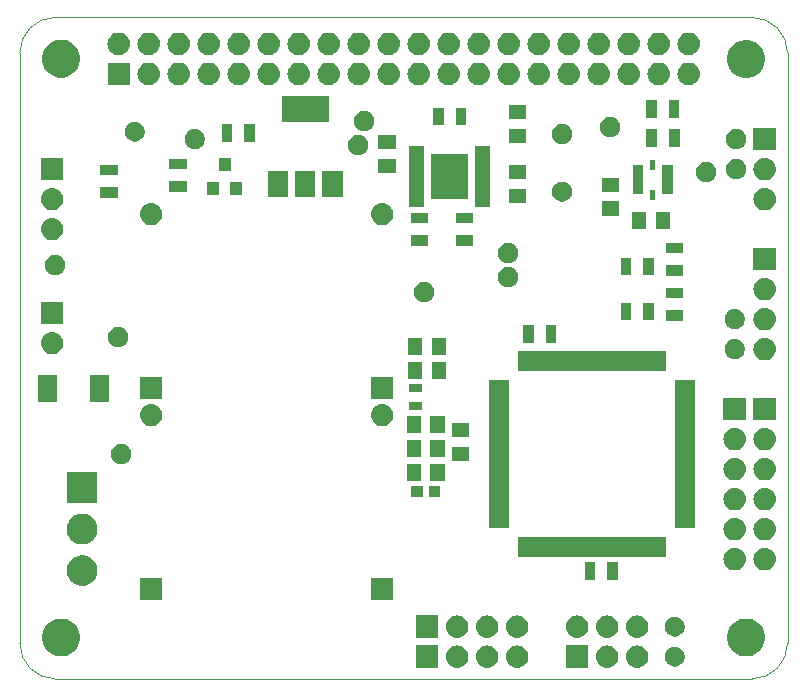
<source format=gbr>
G04 #@! TF.GenerationSoftware,KiCad,Pcbnew,(5.0.2)-1*
G04 #@! TF.CreationDate,2019-04-29T17:38:23-04:00*
G04 #@! TF.ProjectId,QPACE-DevelopmentBoard,51504143-452d-4446-9576-656c6f706d65,rev?*
G04 #@! TF.SameCoordinates,Original*
G04 #@! TF.FileFunction,Soldermask,Top*
G04 #@! TF.FilePolarity,Negative*
%FSLAX46Y46*%
G04 Gerber Fmt 4.6, Leading zero omitted, Abs format (unit mm)*
G04 Created by KiCad (PCBNEW (5.0.2)-1) date 4/29/2019 5:38:23 PM*
%MOMM*%
%LPD*%
G01*
G04 APERTURE LIST*
%ADD10C,0.100000*%
G04 APERTURE END LIST*
D10*
X78546356Y-63817611D02*
X78546356Y-113817611D01*
X78546356Y-63817611D02*
G75*
G02X81546356Y-60817611I3000000J0D01*
G01*
X140546356Y-60817611D02*
X81546356Y-60817611D01*
X140546356Y-60817611D02*
G75*
G02X143546356Y-63817611I0J-3000000D01*
G01*
X143546356Y-113817611D02*
X143546356Y-63817611D01*
X81546356Y-116817611D02*
G75*
G02X78546356Y-113817611I0J3000000D01*
G01*
X81546356Y-116817611D02*
X140546356Y-116817611D01*
X143546351Y-113822847D02*
G75*
G02X140546356Y-116817611I-2999995J5236D01*
G01*
G36*
X126680000Y-115885000D02*
X124780000Y-115885000D01*
X124780000Y-113985000D01*
X126680000Y-113985000D01*
X126680000Y-115885000D01*
X126680000Y-115885000D01*
G37*
G36*
X120766448Y-113991873D02*
X120836232Y-113998746D01*
X120925770Y-114025907D01*
X121015309Y-114053068D01*
X121180347Y-114141283D01*
X121325001Y-114259999D01*
X121443717Y-114404653D01*
X121531932Y-114569691D01*
X121531932Y-114569692D01*
X121586254Y-114748768D01*
X121604596Y-114935000D01*
X121596351Y-115018719D01*
X121586254Y-115121231D01*
X121531932Y-115300309D01*
X121443717Y-115465347D01*
X121325001Y-115610001D01*
X121180347Y-115728717D01*
X121015309Y-115816932D01*
X120925770Y-115844093D01*
X120836232Y-115871254D01*
X120696666Y-115885000D01*
X120603334Y-115885000D01*
X120463768Y-115871254D01*
X120374230Y-115844093D01*
X120284691Y-115816932D01*
X120119653Y-115728717D01*
X119974999Y-115610001D01*
X119856283Y-115465347D01*
X119768068Y-115300309D01*
X119713746Y-115121231D01*
X119703650Y-115018719D01*
X119695404Y-114935000D01*
X119713746Y-114748768D01*
X119768068Y-114569692D01*
X119768068Y-114569691D01*
X119856283Y-114404653D01*
X119974999Y-114259999D01*
X120119653Y-114141283D01*
X120284691Y-114053068D01*
X120374230Y-114025907D01*
X120463768Y-113998746D01*
X120533552Y-113991873D01*
X120603334Y-113985000D01*
X120696666Y-113985000D01*
X120766448Y-113991873D01*
X120766448Y-113991873D01*
G37*
G36*
X118226448Y-113991873D02*
X118296232Y-113998746D01*
X118385770Y-114025907D01*
X118475309Y-114053068D01*
X118640347Y-114141283D01*
X118785001Y-114259999D01*
X118903717Y-114404653D01*
X118991932Y-114569691D01*
X118991932Y-114569692D01*
X119046254Y-114748768D01*
X119064596Y-114935000D01*
X119056351Y-115018719D01*
X119046254Y-115121231D01*
X118991932Y-115300309D01*
X118903717Y-115465347D01*
X118785001Y-115610001D01*
X118640347Y-115728717D01*
X118475309Y-115816932D01*
X118385770Y-115844093D01*
X118296232Y-115871254D01*
X118156666Y-115885000D01*
X118063334Y-115885000D01*
X117923768Y-115871254D01*
X117834230Y-115844093D01*
X117744691Y-115816932D01*
X117579653Y-115728717D01*
X117434999Y-115610001D01*
X117316283Y-115465347D01*
X117228068Y-115300309D01*
X117173746Y-115121231D01*
X117163650Y-115018719D01*
X117155404Y-114935000D01*
X117173746Y-114748768D01*
X117228068Y-114569692D01*
X117228068Y-114569691D01*
X117316283Y-114404653D01*
X117434999Y-114259999D01*
X117579653Y-114141283D01*
X117744691Y-114053068D01*
X117834230Y-114025907D01*
X117923768Y-113998746D01*
X117993552Y-113991873D01*
X118063334Y-113985000D01*
X118156666Y-113985000D01*
X118226448Y-113991873D01*
X118226448Y-113991873D01*
G37*
G36*
X115686448Y-113991873D02*
X115756232Y-113998746D01*
X115845770Y-114025907D01*
X115935309Y-114053068D01*
X116100347Y-114141283D01*
X116245001Y-114259999D01*
X116363717Y-114404653D01*
X116451932Y-114569691D01*
X116451932Y-114569692D01*
X116506254Y-114748768D01*
X116524596Y-114935000D01*
X116516351Y-115018719D01*
X116506254Y-115121231D01*
X116451932Y-115300309D01*
X116363717Y-115465347D01*
X116245001Y-115610001D01*
X116100347Y-115728717D01*
X115935309Y-115816932D01*
X115845770Y-115844093D01*
X115756232Y-115871254D01*
X115616666Y-115885000D01*
X115523334Y-115885000D01*
X115383768Y-115871254D01*
X115294230Y-115844093D01*
X115204691Y-115816932D01*
X115039653Y-115728717D01*
X114894999Y-115610001D01*
X114776283Y-115465347D01*
X114688068Y-115300309D01*
X114633746Y-115121231D01*
X114623650Y-115018719D01*
X114615404Y-114935000D01*
X114633746Y-114748768D01*
X114688068Y-114569692D01*
X114688068Y-114569691D01*
X114776283Y-114404653D01*
X114894999Y-114259999D01*
X115039653Y-114141283D01*
X115204691Y-114053068D01*
X115294230Y-114025907D01*
X115383768Y-113998746D01*
X115453552Y-113991873D01*
X115523334Y-113985000D01*
X115616666Y-113985000D01*
X115686448Y-113991873D01*
X115686448Y-113991873D01*
G37*
G36*
X130926448Y-113991873D02*
X130996232Y-113998746D01*
X131085770Y-114025907D01*
X131175309Y-114053068D01*
X131340347Y-114141283D01*
X131485001Y-114259999D01*
X131603717Y-114404653D01*
X131691932Y-114569691D01*
X131691932Y-114569692D01*
X131746254Y-114748768D01*
X131764596Y-114935000D01*
X131756351Y-115018719D01*
X131746254Y-115121231D01*
X131691932Y-115300309D01*
X131603717Y-115465347D01*
X131485001Y-115610001D01*
X131340347Y-115728717D01*
X131175309Y-115816932D01*
X131085770Y-115844093D01*
X130996232Y-115871254D01*
X130856666Y-115885000D01*
X130763334Y-115885000D01*
X130623768Y-115871254D01*
X130534230Y-115844093D01*
X130444691Y-115816932D01*
X130279653Y-115728717D01*
X130134999Y-115610001D01*
X130016283Y-115465347D01*
X129928068Y-115300309D01*
X129873746Y-115121231D01*
X129863650Y-115018719D01*
X129855404Y-114935000D01*
X129873746Y-114748768D01*
X129928068Y-114569692D01*
X129928068Y-114569691D01*
X130016283Y-114404653D01*
X130134999Y-114259999D01*
X130279653Y-114141283D01*
X130444691Y-114053068D01*
X130534230Y-114025907D01*
X130623768Y-113998746D01*
X130693552Y-113991873D01*
X130763334Y-113985000D01*
X130856666Y-113985000D01*
X130926448Y-113991873D01*
X130926448Y-113991873D01*
G37*
G36*
X113980000Y-115885000D02*
X112080000Y-115885000D01*
X112080000Y-113985000D01*
X113980000Y-113985000D01*
X113980000Y-115885000D01*
X113980000Y-115885000D01*
G37*
G36*
X128386448Y-113991873D02*
X128456232Y-113998746D01*
X128545770Y-114025907D01*
X128635309Y-114053068D01*
X128800347Y-114141283D01*
X128945001Y-114259999D01*
X129063717Y-114404653D01*
X129151932Y-114569691D01*
X129151932Y-114569692D01*
X129206254Y-114748768D01*
X129224596Y-114935000D01*
X129216351Y-115018719D01*
X129206254Y-115121231D01*
X129151932Y-115300309D01*
X129063717Y-115465347D01*
X128945001Y-115610001D01*
X128800347Y-115728717D01*
X128635309Y-115816932D01*
X128545770Y-115844093D01*
X128456232Y-115871254D01*
X128316666Y-115885000D01*
X128223334Y-115885000D01*
X128083768Y-115871254D01*
X127994230Y-115844093D01*
X127904691Y-115816932D01*
X127739653Y-115728717D01*
X127594999Y-115610001D01*
X127476283Y-115465347D01*
X127388068Y-115300309D01*
X127333746Y-115121231D01*
X127323650Y-115018719D01*
X127315404Y-114935000D01*
X127333746Y-114748768D01*
X127388068Y-114569692D01*
X127388068Y-114569691D01*
X127476283Y-114404653D01*
X127594999Y-114259999D01*
X127739653Y-114141283D01*
X127904691Y-114053068D01*
X127994230Y-114025907D01*
X128083768Y-113998746D01*
X128153552Y-113991873D01*
X128223334Y-113985000D01*
X128316666Y-113985000D01*
X128386448Y-113991873D01*
X128386448Y-113991873D01*
G37*
G36*
X134232934Y-114117664D02*
X134387627Y-114181740D01*
X134526847Y-114274764D01*
X134645236Y-114393153D01*
X134738260Y-114532373D01*
X134802336Y-114687066D01*
X134835000Y-114851281D01*
X134835000Y-115018719D01*
X134802336Y-115182934D01*
X134738260Y-115337627D01*
X134645236Y-115476847D01*
X134526847Y-115595236D01*
X134387627Y-115688260D01*
X134232934Y-115752336D01*
X134068719Y-115785000D01*
X133901281Y-115785000D01*
X133737066Y-115752336D01*
X133582373Y-115688260D01*
X133443153Y-115595236D01*
X133324764Y-115476847D01*
X133231740Y-115337627D01*
X133167664Y-115182934D01*
X133135000Y-115018719D01*
X133135000Y-114851281D01*
X133167664Y-114687066D01*
X133231740Y-114532373D01*
X133324764Y-114393153D01*
X133443153Y-114274764D01*
X133582373Y-114181740D01*
X133737066Y-114117664D01*
X133901281Y-114085000D01*
X134068719Y-114085000D01*
X134232934Y-114117664D01*
X134232934Y-114117664D01*
G37*
G36*
X82506703Y-111781486D02*
X82797883Y-111902097D01*
X83059944Y-112077201D01*
X83282799Y-112300056D01*
X83457903Y-112562117D01*
X83578514Y-112853297D01*
X83640000Y-113162412D01*
X83640000Y-113477588D01*
X83578514Y-113786703D01*
X83457903Y-114077883D01*
X83282799Y-114339944D01*
X83059944Y-114562799D01*
X82797883Y-114737903D01*
X82506703Y-114858514D01*
X82197588Y-114920000D01*
X81882412Y-114920000D01*
X81573297Y-114858514D01*
X81282117Y-114737903D01*
X81020056Y-114562799D01*
X80797201Y-114339944D01*
X80622097Y-114077883D01*
X80501486Y-113786703D01*
X80440000Y-113477588D01*
X80440000Y-113162412D01*
X80501486Y-112853297D01*
X80622097Y-112562117D01*
X80797201Y-112300056D01*
X81020056Y-112077201D01*
X81282117Y-111902097D01*
X81573297Y-111781486D01*
X81882412Y-111720000D01*
X82197588Y-111720000D01*
X82506703Y-111781486D01*
X82506703Y-111781486D01*
G37*
G36*
X140496703Y-111771486D02*
X140787883Y-111892097D01*
X141049944Y-112067201D01*
X141272799Y-112290056D01*
X141447903Y-112552117D01*
X141568514Y-112843297D01*
X141630000Y-113152412D01*
X141630000Y-113467588D01*
X141568514Y-113776703D01*
X141447903Y-114067883D01*
X141272799Y-114329944D01*
X141049944Y-114552799D01*
X140787883Y-114727903D01*
X140496703Y-114848514D01*
X140187588Y-114910000D01*
X139872412Y-114910000D01*
X139563297Y-114848514D01*
X139272117Y-114727903D01*
X139010056Y-114552799D01*
X138787201Y-114329944D01*
X138612097Y-114067883D01*
X138491486Y-113776703D01*
X138430000Y-113467588D01*
X138430000Y-113152412D01*
X138491486Y-112843297D01*
X138612097Y-112552117D01*
X138787201Y-112290056D01*
X139010056Y-112067201D01*
X139272117Y-111892097D01*
X139563297Y-111771486D01*
X139872412Y-111710000D01*
X140187588Y-111710000D01*
X140496703Y-111771486D01*
X140496703Y-111771486D01*
G37*
G36*
X113980000Y-113345000D02*
X112080000Y-113345000D01*
X112080000Y-111445000D01*
X113980000Y-111445000D01*
X113980000Y-113345000D01*
X113980000Y-113345000D01*
G37*
G36*
X115686448Y-111451873D02*
X115756232Y-111458746D01*
X115845770Y-111485907D01*
X115935309Y-111513068D01*
X116100347Y-111601283D01*
X116245001Y-111719999D01*
X116363717Y-111864653D01*
X116451932Y-112029691D01*
X116451932Y-112029692D01*
X116506254Y-112208768D01*
X116524596Y-112395000D01*
X116509122Y-112552117D01*
X116506254Y-112581231D01*
X116451932Y-112760309D01*
X116363717Y-112925347D01*
X116245001Y-113070001D01*
X116100347Y-113188717D01*
X115935309Y-113276932D01*
X115845770Y-113304093D01*
X115756232Y-113331254D01*
X115686448Y-113338127D01*
X115616666Y-113345000D01*
X115523334Y-113345000D01*
X115453552Y-113338127D01*
X115383768Y-113331254D01*
X115294230Y-113304093D01*
X115204691Y-113276932D01*
X115039653Y-113188717D01*
X114894999Y-113070001D01*
X114776283Y-112925347D01*
X114688068Y-112760309D01*
X114633746Y-112581231D01*
X114630879Y-112552117D01*
X114615404Y-112395000D01*
X114633746Y-112208768D01*
X114688068Y-112029692D01*
X114688068Y-112029691D01*
X114776283Y-111864653D01*
X114894999Y-111719999D01*
X115039653Y-111601283D01*
X115204691Y-111513068D01*
X115294230Y-111485907D01*
X115383768Y-111458746D01*
X115453552Y-111451873D01*
X115523334Y-111445000D01*
X115616666Y-111445000D01*
X115686448Y-111451873D01*
X115686448Y-111451873D01*
G37*
G36*
X130926448Y-111451873D02*
X130996232Y-111458746D01*
X131085770Y-111485907D01*
X131175309Y-111513068D01*
X131340347Y-111601283D01*
X131485001Y-111719999D01*
X131603717Y-111864653D01*
X131691932Y-112029691D01*
X131691932Y-112029692D01*
X131746254Y-112208768D01*
X131764596Y-112395000D01*
X131749122Y-112552117D01*
X131746254Y-112581231D01*
X131691932Y-112760309D01*
X131603717Y-112925347D01*
X131485001Y-113070001D01*
X131340347Y-113188717D01*
X131175309Y-113276932D01*
X131085770Y-113304093D01*
X130996232Y-113331254D01*
X130926448Y-113338127D01*
X130856666Y-113345000D01*
X130763334Y-113345000D01*
X130693552Y-113338127D01*
X130623768Y-113331254D01*
X130534230Y-113304093D01*
X130444691Y-113276932D01*
X130279653Y-113188717D01*
X130134999Y-113070001D01*
X130016283Y-112925347D01*
X129928068Y-112760309D01*
X129873746Y-112581231D01*
X129870879Y-112552117D01*
X129855404Y-112395000D01*
X129873746Y-112208768D01*
X129928068Y-112029692D01*
X129928068Y-112029691D01*
X130016283Y-111864653D01*
X130134999Y-111719999D01*
X130279653Y-111601283D01*
X130444691Y-111513068D01*
X130534230Y-111485907D01*
X130623768Y-111458746D01*
X130693552Y-111451873D01*
X130763334Y-111445000D01*
X130856666Y-111445000D01*
X130926448Y-111451873D01*
X130926448Y-111451873D01*
G37*
G36*
X118226448Y-111451873D02*
X118296232Y-111458746D01*
X118385770Y-111485907D01*
X118475309Y-111513068D01*
X118640347Y-111601283D01*
X118785001Y-111719999D01*
X118903717Y-111864653D01*
X118991932Y-112029691D01*
X118991932Y-112029692D01*
X119046254Y-112208768D01*
X119064596Y-112395000D01*
X119049122Y-112552117D01*
X119046254Y-112581231D01*
X118991932Y-112760309D01*
X118903717Y-112925347D01*
X118785001Y-113070001D01*
X118640347Y-113188717D01*
X118475309Y-113276932D01*
X118385770Y-113304093D01*
X118296232Y-113331254D01*
X118226448Y-113338127D01*
X118156666Y-113345000D01*
X118063334Y-113345000D01*
X117993552Y-113338127D01*
X117923768Y-113331254D01*
X117834230Y-113304093D01*
X117744691Y-113276932D01*
X117579653Y-113188717D01*
X117434999Y-113070001D01*
X117316283Y-112925347D01*
X117228068Y-112760309D01*
X117173746Y-112581231D01*
X117170879Y-112552117D01*
X117155404Y-112395000D01*
X117173746Y-112208768D01*
X117228068Y-112029692D01*
X117228068Y-112029691D01*
X117316283Y-111864653D01*
X117434999Y-111719999D01*
X117579653Y-111601283D01*
X117744691Y-111513068D01*
X117834230Y-111485907D01*
X117923768Y-111458746D01*
X117993552Y-111451873D01*
X118063334Y-111445000D01*
X118156666Y-111445000D01*
X118226448Y-111451873D01*
X118226448Y-111451873D01*
G37*
G36*
X128386448Y-111451873D02*
X128456232Y-111458746D01*
X128545770Y-111485907D01*
X128635309Y-111513068D01*
X128800347Y-111601283D01*
X128945001Y-111719999D01*
X129063717Y-111864653D01*
X129151932Y-112029691D01*
X129151932Y-112029692D01*
X129206254Y-112208768D01*
X129224596Y-112395000D01*
X129209122Y-112552117D01*
X129206254Y-112581231D01*
X129151932Y-112760309D01*
X129063717Y-112925347D01*
X128945001Y-113070001D01*
X128800347Y-113188717D01*
X128635309Y-113276932D01*
X128545770Y-113304093D01*
X128456232Y-113331254D01*
X128386448Y-113338127D01*
X128316666Y-113345000D01*
X128223334Y-113345000D01*
X128153552Y-113338127D01*
X128083768Y-113331254D01*
X127994230Y-113304093D01*
X127904691Y-113276932D01*
X127739653Y-113188717D01*
X127594999Y-113070001D01*
X127476283Y-112925347D01*
X127388068Y-112760309D01*
X127333746Y-112581231D01*
X127330879Y-112552117D01*
X127315404Y-112395000D01*
X127333746Y-112208768D01*
X127388068Y-112029692D01*
X127388068Y-112029691D01*
X127476283Y-111864653D01*
X127594999Y-111719999D01*
X127739653Y-111601283D01*
X127904691Y-111513068D01*
X127994230Y-111485907D01*
X128083768Y-111458746D01*
X128153552Y-111451873D01*
X128223334Y-111445000D01*
X128316666Y-111445000D01*
X128386448Y-111451873D01*
X128386448Y-111451873D01*
G37*
G36*
X120766448Y-111451873D02*
X120836232Y-111458746D01*
X120925770Y-111485907D01*
X121015309Y-111513068D01*
X121180347Y-111601283D01*
X121325001Y-111719999D01*
X121443717Y-111864653D01*
X121531932Y-112029691D01*
X121531932Y-112029692D01*
X121586254Y-112208768D01*
X121604596Y-112395000D01*
X121589122Y-112552117D01*
X121586254Y-112581231D01*
X121531932Y-112760309D01*
X121443717Y-112925347D01*
X121325001Y-113070001D01*
X121180347Y-113188717D01*
X121015309Y-113276932D01*
X120925770Y-113304093D01*
X120836232Y-113331254D01*
X120766448Y-113338127D01*
X120696666Y-113345000D01*
X120603334Y-113345000D01*
X120533552Y-113338127D01*
X120463768Y-113331254D01*
X120374230Y-113304093D01*
X120284691Y-113276932D01*
X120119653Y-113188717D01*
X119974999Y-113070001D01*
X119856283Y-112925347D01*
X119768068Y-112760309D01*
X119713746Y-112581231D01*
X119710879Y-112552117D01*
X119695404Y-112395000D01*
X119713746Y-112208768D01*
X119768068Y-112029692D01*
X119768068Y-112029691D01*
X119856283Y-111864653D01*
X119974999Y-111719999D01*
X120119653Y-111601283D01*
X120284691Y-111513068D01*
X120374230Y-111485907D01*
X120463768Y-111458746D01*
X120533552Y-111451873D01*
X120603334Y-111445000D01*
X120696666Y-111445000D01*
X120766448Y-111451873D01*
X120766448Y-111451873D01*
G37*
G36*
X125846448Y-111451873D02*
X125916232Y-111458746D01*
X126005770Y-111485907D01*
X126095309Y-111513068D01*
X126260347Y-111601283D01*
X126405001Y-111719999D01*
X126523717Y-111864653D01*
X126611932Y-112029691D01*
X126611932Y-112029692D01*
X126666254Y-112208768D01*
X126684596Y-112395000D01*
X126669122Y-112552117D01*
X126666254Y-112581231D01*
X126611932Y-112760309D01*
X126523717Y-112925347D01*
X126405001Y-113070001D01*
X126260347Y-113188717D01*
X126095309Y-113276932D01*
X126005770Y-113304093D01*
X125916232Y-113331254D01*
X125846448Y-113338127D01*
X125776666Y-113345000D01*
X125683334Y-113345000D01*
X125613552Y-113338127D01*
X125543768Y-113331254D01*
X125454230Y-113304093D01*
X125364691Y-113276932D01*
X125199653Y-113188717D01*
X125054999Y-113070001D01*
X124936283Y-112925347D01*
X124848068Y-112760309D01*
X124793746Y-112581231D01*
X124790879Y-112552117D01*
X124775404Y-112395000D01*
X124793746Y-112208768D01*
X124848068Y-112029692D01*
X124848068Y-112029691D01*
X124936283Y-111864653D01*
X125054999Y-111719999D01*
X125199653Y-111601283D01*
X125364691Y-111513068D01*
X125454230Y-111485907D01*
X125543768Y-111458746D01*
X125613552Y-111451873D01*
X125683334Y-111445000D01*
X125776666Y-111445000D01*
X125846448Y-111451873D01*
X125846448Y-111451873D01*
G37*
G36*
X134232934Y-111577664D02*
X134387627Y-111641740D01*
X134526847Y-111734764D01*
X134645236Y-111853153D01*
X134738260Y-111992373D01*
X134802336Y-112147066D01*
X134835000Y-112311281D01*
X134835000Y-112478719D01*
X134802336Y-112642934D01*
X134738260Y-112797627D01*
X134645236Y-112936847D01*
X134526847Y-113055236D01*
X134387627Y-113148260D01*
X134232934Y-113212336D01*
X134068719Y-113245000D01*
X133901281Y-113245000D01*
X133737066Y-113212336D01*
X133582373Y-113148260D01*
X133443153Y-113055236D01*
X133324764Y-112936847D01*
X133231740Y-112797627D01*
X133167664Y-112642934D01*
X133135000Y-112478719D01*
X133135000Y-112311281D01*
X133167664Y-112147066D01*
X133231740Y-111992373D01*
X133324764Y-111853153D01*
X133443153Y-111734764D01*
X133582373Y-111641740D01*
X133737066Y-111577664D01*
X133901281Y-111545000D01*
X134068719Y-111545000D01*
X134232934Y-111577664D01*
X134232934Y-111577664D01*
G37*
G36*
X90612000Y-110170000D02*
X88712000Y-110170000D01*
X88712000Y-108270000D01*
X90612000Y-108270000D01*
X90612000Y-110170000D01*
X90612000Y-110170000D01*
G37*
G36*
X110170000Y-110170000D02*
X108270000Y-110170000D01*
X108270000Y-108270000D01*
X110170000Y-108270000D01*
X110170000Y-110170000D01*
X110170000Y-110170000D01*
G37*
G36*
X84199196Y-106389958D02*
X84435780Y-106487954D01*
X84648705Y-106630226D01*
X84829774Y-106811295D01*
X84972046Y-107024220D01*
X85070042Y-107260804D01*
X85120000Y-107511960D01*
X85120000Y-107768040D01*
X85070042Y-108019196D01*
X84972046Y-108255780D01*
X84829774Y-108468705D01*
X84648705Y-108649774D01*
X84435780Y-108792046D01*
X84199196Y-108890042D01*
X83948040Y-108940000D01*
X83691960Y-108940000D01*
X83440804Y-108890042D01*
X83204220Y-108792046D01*
X82991295Y-108649774D01*
X82810226Y-108468705D01*
X82667954Y-108255780D01*
X82569958Y-108019196D01*
X82520000Y-107768040D01*
X82520000Y-107511960D01*
X82569958Y-107260804D01*
X82667954Y-107024220D01*
X82810226Y-106811295D01*
X82991295Y-106630226D01*
X83204220Y-106487954D01*
X83440804Y-106389958D01*
X83691960Y-106340000D01*
X83948040Y-106340000D01*
X84199196Y-106389958D01*
X84199196Y-106389958D01*
G37*
G36*
X129162000Y-108446000D02*
X128262000Y-108446000D01*
X128262000Y-106946000D01*
X129162000Y-106946000D01*
X129162000Y-108446000D01*
X129162000Y-108446000D01*
G37*
G36*
X127262000Y-108446000D02*
X126362000Y-108446000D01*
X126362000Y-106946000D01*
X127262000Y-106946000D01*
X127262000Y-108446000D01*
X127262000Y-108446000D01*
G37*
G36*
X139251232Y-105743746D02*
X139340770Y-105770907D01*
X139430309Y-105798068D01*
X139595347Y-105886283D01*
X139740001Y-106004999D01*
X139858717Y-106149653D01*
X139946932Y-106314691D01*
X139946932Y-106314692D01*
X139999491Y-106487955D01*
X140001254Y-106493769D01*
X140019596Y-106680000D01*
X140001254Y-106866231D01*
X139946932Y-107045309D01*
X139858717Y-107210347D01*
X139740001Y-107355001D01*
X139595347Y-107473717D01*
X139430309Y-107561932D01*
X139340770Y-107589093D01*
X139251232Y-107616254D01*
X139111666Y-107630000D01*
X139018334Y-107630000D01*
X138878768Y-107616254D01*
X138789230Y-107589093D01*
X138699691Y-107561932D01*
X138534653Y-107473717D01*
X138389999Y-107355001D01*
X138271283Y-107210347D01*
X138183068Y-107045309D01*
X138128746Y-106866231D01*
X138110404Y-106680000D01*
X138128746Y-106493769D01*
X138130510Y-106487955D01*
X138183068Y-106314692D01*
X138183068Y-106314691D01*
X138271283Y-106149653D01*
X138389999Y-106004999D01*
X138534653Y-105886283D01*
X138699691Y-105798068D01*
X138789230Y-105770907D01*
X138878768Y-105743746D01*
X138948552Y-105736873D01*
X139018334Y-105730000D01*
X139111666Y-105730000D01*
X139251232Y-105743746D01*
X139251232Y-105743746D01*
G37*
G36*
X141791232Y-105743746D02*
X141880770Y-105770907D01*
X141970309Y-105798068D01*
X142135347Y-105886283D01*
X142280001Y-106004999D01*
X142398717Y-106149653D01*
X142486932Y-106314691D01*
X142486932Y-106314692D01*
X142539491Y-106487955D01*
X142541254Y-106493769D01*
X142559596Y-106680000D01*
X142541254Y-106866231D01*
X142486932Y-107045309D01*
X142398717Y-107210347D01*
X142280001Y-107355001D01*
X142135347Y-107473717D01*
X141970309Y-107561932D01*
X141880770Y-107589093D01*
X141791232Y-107616254D01*
X141651666Y-107630000D01*
X141558334Y-107630000D01*
X141418768Y-107616254D01*
X141329230Y-107589093D01*
X141239691Y-107561932D01*
X141074653Y-107473717D01*
X140929999Y-107355001D01*
X140811283Y-107210347D01*
X140723068Y-107045309D01*
X140668746Y-106866231D01*
X140650404Y-106680000D01*
X140668746Y-106493769D01*
X140670510Y-106487955D01*
X140723068Y-106314692D01*
X140723068Y-106314691D01*
X140811283Y-106149653D01*
X140929999Y-106004999D01*
X141074653Y-105886283D01*
X141239691Y-105798068D01*
X141329230Y-105770907D01*
X141418768Y-105743746D01*
X141488552Y-105736873D01*
X141558334Y-105730000D01*
X141651666Y-105730000D01*
X141791232Y-105743746D01*
X141791232Y-105743746D01*
G37*
G36*
X133240000Y-106540000D02*
X120760000Y-106540000D01*
X120760000Y-104840000D01*
X133240000Y-104840000D01*
X133240000Y-106540000D01*
X133240000Y-106540000D01*
G37*
G36*
X84199196Y-102889958D02*
X84435780Y-102987954D01*
X84648705Y-103130226D01*
X84829774Y-103311295D01*
X84972046Y-103524220D01*
X85070042Y-103760804D01*
X85120000Y-104011960D01*
X85120000Y-104268040D01*
X85070042Y-104519196D01*
X84972046Y-104755780D01*
X84829774Y-104968705D01*
X84648705Y-105149774D01*
X84435780Y-105292046D01*
X84199196Y-105390042D01*
X83948040Y-105440000D01*
X83691960Y-105440000D01*
X83440804Y-105390042D01*
X83204220Y-105292046D01*
X82991295Y-105149774D01*
X82810226Y-104968705D01*
X82667954Y-104755780D01*
X82569958Y-104519196D01*
X82520000Y-104268040D01*
X82520000Y-104011960D01*
X82569958Y-103760804D01*
X82667954Y-103524220D01*
X82810226Y-103311295D01*
X82991295Y-103130226D01*
X83204220Y-102987954D01*
X83440804Y-102889958D01*
X83691960Y-102840000D01*
X83948040Y-102840000D01*
X84199196Y-102889958D01*
X84199196Y-102889958D01*
G37*
G36*
X139181448Y-103196873D02*
X139251232Y-103203746D01*
X139340770Y-103230907D01*
X139430309Y-103258068D01*
X139595347Y-103346283D01*
X139740001Y-103464999D01*
X139858717Y-103609653D01*
X139946932Y-103774691D01*
X140001254Y-103953769D01*
X140019596Y-104140000D01*
X140001254Y-104326231D01*
X139946932Y-104505309D01*
X139858717Y-104670347D01*
X139740001Y-104815001D01*
X139595347Y-104933717D01*
X139430309Y-105021932D01*
X139340770Y-105049093D01*
X139251232Y-105076254D01*
X139181448Y-105083127D01*
X139111666Y-105090000D01*
X139018334Y-105090000D01*
X138948552Y-105083127D01*
X138878768Y-105076254D01*
X138789230Y-105049093D01*
X138699691Y-105021932D01*
X138534653Y-104933717D01*
X138389999Y-104815001D01*
X138271283Y-104670347D01*
X138183068Y-104505309D01*
X138128746Y-104326231D01*
X138110404Y-104140000D01*
X138128746Y-103953769D01*
X138183068Y-103774691D01*
X138271283Y-103609653D01*
X138389999Y-103464999D01*
X138534653Y-103346283D01*
X138699691Y-103258068D01*
X138789230Y-103230907D01*
X138878768Y-103203746D01*
X138948552Y-103196873D01*
X139018334Y-103190000D01*
X139111666Y-103190000D01*
X139181448Y-103196873D01*
X139181448Y-103196873D01*
G37*
G36*
X141721448Y-103196873D02*
X141791232Y-103203746D01*
X141880770Y-103230907D01*
X141970309Y-103258068D01*
X142135347Y-103346283D01*
X142280001Y-103464999D01*
X142398717Y-103609653D01*
X142486932Y-103774691D01*
X142541254Y-103953769D01*
X142559596Y-104140000D01*
X142541254Y-104326231D01*
X142486932Y-104505309D01*
X142398717Y-104670347D01*
X142280001Y-104815001D01*
X142135347Y-104933717D01*
X141970309Y-105021932D01*
X141880770Y-105049093D01*
X141791232Y-105076254D01*
X141721448Y-105083127D01*
X141651666Y-105090000D01*
X141558334Y-105090000D01*
X141488552Y-105083127D01*
X141418768Y-105076254D01*
X141329230Y-105049093D01*
X141239691Y-105021932D01*
X141074653Y-104933717D01*
X140929999Y-104815001D01*
X140811283Y-104670347D01*
X140723068Y-104505309D01*
X140668746Y-104326231D01*
X140650404Y-104140000D01*
X140668746Y-103953769D01*
X140723068Y-103774691D01*
X140811283Y-103609653D01*
X140929999Y-103464999D01*
X141074653Y-103346283D01*
X141239691Y-103258068D01*
X141329230Y-103230907D01*
X141418768Y-103203746D01*
X141488552Y-103196873D01*
X141558334Y-103190000D01*
X141651666Y-103190000D01*
X141721448Y-103196873D01*
X141721448Y-103196873D01*
G37*
G36*
X135750000Y-104030000D02*
X134050000Y-104030000D01*
X134050000Y-91550000D01*
X135750000Y-91550000D01*
X135750000Y-104030000D01*
X135750000Y-104030000D01*
G37*
G36*
X119950000Y-104030000D02*
X118250000Y-104030000D01*
X118250000Y-91550000D01*
X119950000Y-91550000D01*
X119950000Y-104030000D01*
X119950000Y-104030000D01*
G37*
G36*
X141721448Y-100656873D02*
X141791232Y-100663746D01*
X141880770Y-100690907D01*
X141970309Y-100718068D01*
X142135347Y-100806283D01*
X142280001Y-100924999D01*
X142398717Y-101069653D01*
X142486932Y-101234691D01*
X142541254Y-101413769D01*
X142559596Y-101600000D01*
X142541254Y-101786231D01*
X142486932Y-101965309D01*
X142398717Y-102130347D01*
X142280001Y-102275001D01*
X142135347Y-102393717D01*
X141970309Y-102481932D01*
X141880770Y-102509093D01*
X141791232Y-102536254D01*
X141721448Y-102543127D01*
X141651666Y-102550000D01*
X141558334Y-102550000D01*
X141488552Y-102543127D01*
X141418768Y-102536254D01*
X141329230Y-102509093D01*
X141239691Y-102481932D01*
X141074653Y-102393717D01*
X140929999Y-102275001D01*
X140811283Y-102130347D01*
X140723068Y-101965309D01*
X140668746Y-101786231D01*
X140650404Y-101600000D01*
X140668746Y-101413769D01*
X140723068Y-101234691D01*
X140811283Y-101069653D01*
X140929999Y-100924999D01*
X141074653Y-100806283D01*
X141239691Y-100718068D01*
X141329230Y-100690907D01*
X141418768Y-100663746D01*
X141558334Y-100650000D01*
X141651666Y-100650000D01*
X141721448Y-100656873D01*
X141721448Y-100656873D01*
G37*
G36*
X139181448Y-100656873D02*
X139251232Y-100663746D01*
X139340770Y-100690907D01*
X139430309Y-100718068D01*
X139595347Y-100806283D01*
X139740001Y-100924999D01*
X139858717Y-101069653D01*
X139946932Y-101234691D01*
X140001254Y-101413769D01*
X140019596Y-101600000D01*
X140001254Y-101786231D01*
X139946932Y-101965309D01*
X139858717Y-102130347D01*
X139740001Y-102275001D01*
X139595347Y-102393717D01*
X139430309Y-102481932D01*
X139340770Y-102509093D01*
X139251232Y-102536254D01*
X139181448Y-102543127D01*
X139111666Y-102550000D01*
X139018334Y-102550000D01*
X138948552Y-102543127D01*
X138878768Y-102536254D01*
X138789230Y-102509093D01*
X138699691Y-102481932D01*
X138534653Y-102393717D01*
X138389999Y-102275001D01*
X138271283Y-102130347D01*
X138183068Y-101965309D01*
X138128746Y-101786231D01*
X138110404Y-101600000D01*
X138128746Y-101413769D01*
X138183068Y-101234691D01*
X138271283Y-101069653D01*
X138389999Y-100924999D01*
X138534653Y-100806283D01*
X138699691Y-100718068D01*
X138789230Y-100690907D01*
X138878768Y-100663746D01*
X139018334Y-100650000D01*
X139111666Y-100650000D01*
X139181448Y-100656873D01*
X139181448Y-100656873D01*
G37*
G36*
X85120000Y-101940000D02*
X82520000Y-101940000D01*
X82520000Y-99340000D01*
X85120000Y-99340000D01*
X85120000Y-101940000D01*
X85120000Y-101940000D01*
G37*
G36*
X112653000Y-101440000D02*
X111653000Y-101440000D01*
X111653000Y-100490000D01*
X112653000Y-100490000D01*
X112653000Y-101440000D01*
X112653000Y-101440000D01*
G37*
G36*
X114153000Y-101440000D02*
X113153000Y-101440000D01*
X113153000Y-100490000D01*
X114153000Y-100490000D01*
X114153000Y-101440000D01*
X114153000Y-101440000D01*
G37*
G36*
X114503000Y-100039000D02*
X113303000Y-100039000D01*
X113303000Y-98589000D01*
X114503000Y-98589000D01*
X114503000Y-100039000D01*
X114503000Y-100039000D01*
G37*
G36*
X112503000Y-100039000D02*
X111303000Y-100039000D01*
X111303000Y-98589000D01*
X112503000Y-98589000D01*
X112503000Y-100039000D01*
X112503000Y-100039000D01*
G37*
G36*
X141721448Y-98116873D02*
X141791232Y-98123746D01*
X141880770Y-98150907D01*
X141970309Y-98178068D01*
X142135347Y-98266283D01*
X142280001Y-98384999D01*
X142398717Y-98529653D01*
X142486932Y-98694691D01*
X142541254Y-98873769D01*
X142559596Y-99060000D01*
X142541254Y-99246231D01*
X142486932Y-99425309D01*
X142398717Y-99590347D01*
X142280001Y-99735001D01*
X142135347Y-99853717D01*
X141970309Y-99941932D01*
X141880770Y-99969093D01*
X141791232Y-99996254D01*
X141651666Y-100010000D01*
X141558334Y-100010000D01*
X141418768Y-99996254D01*
X141329230Y-99969093D01*
X141239691Y-99941932D01*
X141074653Y-99853717D01*
X140929999Y-99735001D01*
X140811283Y-99590347D01*
X140723068Y-99425309D01*
X140668746Y-99246231D01*
X140650404Y-99060000D01*
X140668746Y-98873769D01*
X140723068Y-98694691D01*
X140811283Y-98529653D01*
X140929999Y-98384999D01*
X141074653Y-98266283D01*
X141239691Y-98178068D01*
X141329230Y-98150907D01*
X141418768Y-98123746D01*
X141488552Y-98116873D01*
X141558334Y-98110000D01*
X141651666Y-98110000D01*
X141721448Y-98116873D01*
X141721448Y-98116873D01*
G37*
G36*
X139181448Y-98116873D02*
X139251232Y-98123746D01*
X139340770Y-98150907D01*
X139430309Y-98178068D01*
X139595347Y-98266283D01*
X139740001Y-98384999D01*
X139858717Y-98529653D01*
X139946932Y-98694691D01*
X140001254Y-98873769D01*
X140019596Y-99060000D01*
X140001254Y-99246231D01*
X139946932Y-99425309D01*
X139858717Y-99590347D01*
X139740001Y-99735001D01*
X139595347Y-99853717D01*
X139430309Y-99941932D01*
X139340770Y-99969093D01*
X139251232Y-99996254D01*
X139111666Y-100010000D01*
X139018334Y-100010000D01*
X138878768Y-99996254D01*
X138789230Y-99969093D01*
X138699691Y-99941932D01*
X138534653Y-99853717D01*
X138389999Y-99735001D01*
X138271283Y-99590347D01*
X138183068Y-99425309D01*
X138128746Y-99246231D01*
X138110404Y-99060000D01*
X138128746Y-98873769D01*
X138183068Y-98694691D01*
X138271283Y-98529653D01*
X138389999Y-98384999D01*
X138534653Y-98266283D01*
X138699691Y-98178068D01*
X138789230Y-98150907D01*
X138878768Y-98123746D01*
X138948552Y-98116873D01*
X139018334Y-98110000D01*
X139111666Y-98110000D01*
X139181448Y-98116873D01*
X139181448Y-98116873D01*
G37*
G36*
X87369934Y-96972664D02*
X87524627Y-97036740D01*
X87663847Y-97129764D01*
X87782236Y-97248153D01*
X87875260Y-97387373D01*
X87939336Y-97542066D01*
X87972000Y-97706281D01*
X87972000Y-97873719D01*
X87939336Y-98037934D01*
X87875260Y-98192627D01*
X87782236Y-98331847D01*
X87663847Y-98450236D01*
X87524627Y-98543260D01*
X87369934Y-98607336D01*
X87205719Y-98640000D01*
X87038281Y-98640000D01*
X86874066Y-98607336D01*
X86719373Y-98543260D01*
X86580153Y-98450236D01*
X86461764Y-98331847D01*
X86368740Y-98192627D01*
X86304664Y-98037934D01*
X86272000Y-97873719D01*
X86272000Y-97706281D01*
X86304664Y-97542066D01*
X86368740Y-97387373D01*
X86461764Y-97248153D01*
X86580153Y-97129764D01*
X86719373Y-97036740D01*
X86874066Y-96972664D01*
X87038281Y-96940000D01*
X87205719Y-96940000D01*
X87369934Y-96972664D01*
X87369934Y-96972664D01*
G37*
G36*
X116549000Y-98374000D02*
X115099000Y-98374000D01*
X115099000Y-97174000D01*
X116549000Y-97174000D01*
X116549000Y-98374000D01*
X116549000Y-98374000D01*
G37*
G36*
X112503000Y-98007000D02*
X111303000Y-98007000D01*
X111303000Y-96557000D01*
X112503000Y-96557000D01*
X112503000Y-98007000D01*
X112503000Y-98007000D01*
G37*
G36*
X114503000Y-98007000D02*
X113303000Y-98007000D01*
X113303000Y-96557000D01*
X114503000Y-96557000D01*
X114503000Y-98007000D01*
X114503000Y-98007000D01*
G37*
G36*
X139251232Y-95583746D02*
X139340770Y-95610907D01*
X139430309Y-95638068D01*
X139595347Y-95726283D01*
X139740001Y-95844999D01*
X139858717Y-95989653D01*
X139946932Y-96154691D01*
X140001254Y-96333769D01*
X140019596Y-96520000D01*
X140001254Y-96706231D01*
X139946932Y-96885309D01*
X139858717Y-97050347D01*
X139740001Y-97195001D01*
X139595347Y-97313717D01*
X139430309Y-97401932D01*
X139340770Y-97429093D01*
X139251232Y-97456254D01*
X139181448Y-97463127D01*
X139111666Y-97470000D01*
X139018334Y-97470000D01*
X138878768Y-97456254D01*
X138789230Y-97429093D01*
X138699691Y-97401932D01*
X138534653Y-97313717D01*
X138389999Y-97195001D01*
X138271283Y-97050347D01*
X138183068Y-96885309D01*
X138128746Y-96706231D01*
X138110404Y-96520000D01*
X138128746Y-96333769D01*
X138183068Y-96154691D01*
X138271283Y-95989653D01*
X138389999Y-95844999D01*
X138534653Y-95726283D01*
X138699691Y-95638068D01*
X138789230Y-95610907D01*
X138878768Y-95583746D01*
X138948552Y-95576873D01*
X139018334Y-95570000D01*
X139111666Y-95570000D01*
X139251232Y-95583746D01*
X139251232Y-95583746D01*
G37*
G36*
X141791232Y-95583746D02*
X141880770Y-95610907D01*
X141970309Y-95638068D01*
X142135347Y-95726283D01*
X142280001Y-95844999D01*
X142398717Y-95989653D01*
X142486932Y-96154691D01*
X142541254Y-96333769D01*
X142559596Y-96520000D01*
X142541254Y-96706231D01*
X142486932Y-96885309D01*
X142398717Y-97050347D01*
X142280001Y-97195001D01*
X142135347Y-97313717D01*
X141970309Y-97401932D01*
X141880770Y-97429093D01*
X141791232Y-97456254D01*
X141721448Y-97463127D01*
X141651666Y-97470000D01*
X141558334Y-97470000D01*
X141418768Y-97456254D01*
X141329230Y-97429093D01*
X141239691Y-97401932D01*
X141074653Y-97313717D01*
X140929999Y-97195001D01*
X140811283Y-97050347D01*
X140723068Y-96885309D01*
X140668746Y-96706231D01*
X140650404Y-96520000D01*
X140668746Y-96333769D01*
X140723068Y-96154691D01*
X140811283Y-95989653D01*
X140929999Y-95844999D01*
X141074653Y-95726283D01*
X141239691Y-95638068D01*
X141329230Y-95610907D01*
X141418768Y-95583746D01*
X141488552Y-95576873D01*
X141558334Y-95570000D01*
X141651666Y-95570000D01*
X141791232Y-95583746D01*
X141791232Y-95583746D01*
G37*
G36*
X116549000Y-96374000D02*
X115099000Y-96374000D01*
X115099000Y-95174000D01*
X116549000Y-95174000D01*
X116549000Y-96374000D01*
X116549000Y-96374000D01*
G37*
G36*
X112503000Y-95975000D02*
X111303000Y-95975000D01*
X111303000Y-94525000D01*
X112503000Y-94525000D01*
X112503000Y-95975000D01*
X112503000Y-95975000D01*
G37*
G36*
X114503000Y-95975000D02*
X113303000Y-95975000D01*
X113303000Y-94525000D01*
X114503000Y-94525000D01*
X114503000Y-95975000D01*
X114503000Y-95975000D01*
G37*
G36*
X109336448Y-93544873D02*
X109406232Y-93551746D01*
X109495770Y-93578907D01*
X109585309Y-93606068D01*
X109750347Y-93694283D01*
X109895001Y-93812999D01*
X110013717Y-93957653D01*
X110101932Y-94122691D01*
X110156254Y-94301769D01*
X110174596Y-94488000D01*
X110156254Y-94674231D01*
X110101932Y-94853309D01*
X110013717Y-95018347D01*
X109895001Y-95163001D01*
X109750347Y-95281717D01*
X109585309Y-95369932D01*
X109495770Y-95397093D01*
X109406232Y-95424254D01*
X109266666Y-95438000D01*
X109173334Y-95438000D01*
X109103552Y-95431127D01*
X109033768Y-95424254D01*
X108944230Y-95397093D01*
X108854691Y-95369932D01*
X108689653Y-95281717D01*
X108544999Y-95163001D01*
X108426283Y-95018347D01*
X108338068Y-94853309D01*
X108283746Y-94674231D01*
X108265404Y-94488000D01*
X108283746Y-94301769D01*
X108338068Y-94122691D01*
X108426283Y-93957653D01*
X108544999Y-93812999D01*
X108689653Y-93694283D01*
X108854691Y-93606068D01*
X108944230Y-93578907D01*
X109033768Y-93551746D01*
X109103552Y-93544873D01*
X109173334Y-93538000D01*
X109266666Y-93538000D01*
X109336448Y-93544873D01*
X109336448Y-93544873D01*
G37*
G36*
X89778448Y-93544873D02*
X89848232Y-93551746D01*
X89937770Y-93578907D01*
X90027309Y-93606068D01*
X90192347Y-93694283D01*
X90337001Y-93812999D01*
X90455717Y-93957653D01*
X90543932Y-94122691D01*
X90598254Y-94301769D01*
X90616596Y-94488000D01*
X90598254Y-94674231D01*
X90543932Y-94853309D01*
X90455717Y-95018347D01*
X90337001Y-95163001D01*
X90192347Y-95281717D01*
X90027309Y-95369932D01*
X89937770Y-95397093D01*
X89848232Y-95424254D01*
X89778448Y-95431127D01*
X89708666Y-95438000D01*
X89615334Y-95438000D01*
X89545552Y-95431127D01*
X89475768Y-95424254D01*
X89386230Y-95397093D01*
X89296691Y-95369932D01*
X89131653Y-95281717D01*
X88986999Y-95163001D01*
X88868283Y-95018347D01*
X88780068Y-94853309D01*
X88725746Y-94674231D01*
X88707404Y-94488000D01*
X88725746Y-94301769D01*
X88780068Y-94122691D01*
X88868283Y-93957653D01*
X88986999Y-93812999D01*
X89131653Y-93694283D01*
X89296691Y-93606068D01*
X89386230Y-93578907D01*
X89475768Y-93551746D01*
X89545552Y-93544873D01*
X89615334Y-93538000D01*
X89708666Y-93538000D01*
X89778448Y-93544873D01*
X89778448Y-93544873D01*
G37*
G36*
X142555000Y-94930000D02*
X140655000Y-94930000D01*
X140655000Y-93030000D01*
X142555000Y-93030000D01*
X142555000Y-94930000D01*
X142555000Y-94930000D01*
G37*
G36*
X140015000Y-94930000D02*
X138115000Y-94930000D01*
X138115000Y-93030000D01*
X140015000Y-93030000D01*
X140015000Y-94930000D01*
X140015000Y-94930000D01*
G37*
G36*
X112564000Y-94064000D02*
X111464000Y-94064000D01*
X111464000Y-93364000D01*
X112564000Y-93364000D01*
X112564000Y-94064000D01*
X112564000Y-94064000D01*
G37*
G36*
X81658000Y-93352000D02*
X80058000Y-93352000D01*
X80058000Y-91052000D01*
X81658000Y-91052000D01*
X81658000Y-93352000D01*
X81658000Y-93352000D01*
G37*
G36*
X86058000Y-93352000D02*
X84458000Y-93352000D01*
X84458000Y-91052000D01*
X86058000Y-91052000D01*
X86058000Y-93352000D01*
X86058000Y-93352000D01*
G37*
G36*
X90612000Y-93152000D02*
X88712000Y-93152000D01*
X88712000Y-91252000D01*
X90612000Y-91252000D01*
X90612000Y-93152000D01*
X90612000Y-93152000D01*
G37*
G36*
X110170000Y-93152000D02*
X108270000Y-93152000D01*
X108270000Y-91252000D01*
X110170000Y-91252000D01*
X110170000Y-93152000D01*
X110170000Y-93152000D01*
G37*
G36*
X112564000Y-92564000D02*
X111464000Y-92564000D01*
X111464000Y-91864000D01*
X112564000Y-91864000D01*
X112564000Y-92564000D01*
X112564000Y-92564000D01*
G37*
G36*
X114630000Y-91403000D02*
X113430000Y-91403000D01*
X113430000Y-89953000D01*
X114630000Y-89953000D01*
X114630000Y-91403000D01*
X114630000Y-91403000D01*
G37*
G36*
X112630000Y-91403000D02*
X111430000Y-91403000D01*
X111430000Y-89953000D01*
X112630000Y-89953000D01*
X112630000Y-91403000D01*
X112630000Y-91403000D01*
G37*
G36*
X133240000Y-90740000D02*
X120760000Y-90740000D01*
X120760000Y-89040000D01*
X133240000Y-89040000D01*
X133240000Y-90740000D01*
X133240000Y-90740000D01*
G37*
G36*
X141791232Y-87963746D02*
X141880770Y-87990907D01*
X141970309Y-88018068D01*
X142135347Y-88106283D01*
X142280001Y-88224999D01*
X142398717Y-88369653D01*
X142486932Y-88534691D01*
X142500140Y-88578232D01*
X142541254Y-88713768D01*
X142559596Y-88900000D01*
X142551351Y-88983719D01*
X142541254Y-89086231D01*
X142486932Y-89265309D01*
X142398717Y-89430347D01*
X142280001Y-89575001D01*
X142135347Y-89693717D01*
X141970309Y-89781932D01*
X141880770Y-89809093D01*
X141791232Y-89836254D01*
X141651666Y-89850000D01*
X141558334Y-89850000D01*
X141418768Y-89836254D01*
X141329230Y-89809093D01*
X141239691Y-89781932D01*
X141074653Y-89693717D01*
X140929999Y-89575001D01*
X140811283Y-89430347D01*
X140723068Y-89265309D01*
X140668746Y-89086231D01*
X140658650Y-88983719D01*
X140650404Y-88900000D01*
X140668746Y-88713768D01*
X140709860Y-88578232D01*
X140723068Y-88534691D01*
X140811283Y-88369653D01*
X140929999Y-88224999D01*
X141074653Y-88106283D01*
X141239691Y-88018068D01*
X141329230Y-87990907D01*
X141418768Y-87963746D01*
X141558334Y-87950000D01*
X141651666Y-87950000D01*
X141791232Y-87963746D01*
X141791232Y-87963746D01*
G37*
G36*
X139312934Y-88082664D02*
X139467627Y-88146740D01*
X139606847Y-88239764D01*
X139725236Y-88358153D01*
X139818260Y-88497373D01*
X139882336Y-88652066D01*
X139915000Y-88816281D01*
X139915000Y-88983719D01*
X139882336Y-89147934D01*
X139818260Y-89302627D01*
X139725236Y-89441847D01*
X139606847Y-89560236D01*
X139467627Y-89653260D01*
X139312934Y-89717336D01*
X139148719Y-89750000D01*
X138981281Y-89750000D01*
X138817066Y-89717336D01*
X138662373Y-89653260D01*
X138523153Y-89560236D01*
X138404764Y-89441847D01*
X138311740Y-89302627D01*
X138247664Y-89147934D01*
X138215000Y-88983719D01*
X138215000Y-88816281D01*
X138247664Y-88652066D01*
X138311740Y-88497373D01*
X138404764Y-88358153D01*
X138523153Y-88239764D01*
X138662373Y-88146740D01*
X138817066Y-88082664D01*
X138981281Y-88050000D01*
X139148719Y-88050000D01*
X139312934Y-88082664D01*
X139312934Y-88082664D01*
G37*
G36*
X112630000Y-89371000D02*
X111430000Y-89371000D01*
X111430000Y-87921000D01*
X112630000Y-87921000D01*
X112630000Y-89371000D01*
X112630000Y-89371000D01*
G37*
G36*
X114630000Y-89371000D02*
X113430000Y-89371000D01*
X113430000Y-87921000D01*
X114630000Y-87921000D01*
X114630000Y-89371000D01*
X114630000Y-89371000D01*
G37*
G36*
X81396448Y-87448873D02*
X81466232Y-87455746D01*
X81550713Y-87481373D01*
X81645309Y-87510068D01*
X81810347Y-87598283D01*
X81955001Y-87716999D01*
X82073717Y-87861653D01*
X82161932Y-88026691D01*
X82216254Y-88205769D01*
X82234596Y-88392000D01*
X82216254Y-88578231D01*
X82161932Y-88757309D01*
X82073717Y-88922347D01*
X81955001Y-89067001D01*
X81810347Y-89185717D01*
X81645309Y-89273932D01*
X81555770Y-89301093D01*
X81466232Y-89328254D01*
X81396448Y-89335127D01*
X81326666Y-89342000D01*
X81233334Y-89342000D01*
X81163552Y-89335127D01*
X81093768Y-89328254D01*
X81004230Y-89301093D01*
X80914691Y-89273932D01*
X80749653Y-89185717D01*
X80604999Y-89067001D01*
X80486283Y-88922347D01*
X80398068Y-88757309D01*
X80343746Y-88578231D01*
X80325404Y-88392000D01*
X80343746Y-88205769D01*
X80398068Y-88026691D01*
X80486283Y-87861653D01*
X80604999Y-87716999D01*
X80749653Y-87598283D01*
X80914691Y-87510068D01*
X81009287Y-87481373D01*
X81093768Y-87455746D01*
X81163552Y-87448873D01*
X81233334Y-87442000D01*
X81326666Y-87442000D01*
X81396448Y-87448873D01*
X81396448Y-87448873D01*
G37*
G36*
X87115934Y-87066664D02*
X87270627Y-87130740D01*
X87409847Y-87223764D01*
X87528236Y-87342153D01*
X87621260Y-87481373D01*
X87685336Y-87636066D01*
X87718000Y-87800281D01*
X87718000Y-87967719D01*
X87685336Y-88131934D01*
X87621260Y-88286627D01*
X87528236Y-88425847D01*
X87409847Y-88544236D01*
X87270627Y-88637260D01*
X87115934Y-88701336D01*
X86951719Y-88734000D01*
X86784281Y-88734000D01*
X86620066Y-88701336D01*
X86465373Y-88637260D01*
X86326153Y-88544236D01*
X86207764Y-88425847D01*
X86114740Y-88286627D01*
X86050664Y-88131934D01*
X86018000Y-87967719D01*
X86018000Y-87800281D01*
X86050664Y-87636066D01*
X86114740Y-87481373D01*
X86207764Y-87342153D01*
X86326153Y-87223764D01*
X86465373Y-87130740D01*
X86620066Y-87066664D01*
X86784281Y-87034000D01*
X86951719Y-87034000D01*
X87115934Y-87066664D01*
X87115934Y-87066664D01*
G37*
G36*
X123955000Y-88380000D02*
X123055000Y-88380000D01*
X123055000Y-86880000D01*
X123955000Y-86880000D01*
X123955000Y-88380000D01*
X123955000Y-88380000D01*
G37*
G36*
X122055000Y-88380000D02*
X121155000Y-88380000D01*
X121155000Y-86880000D01*
X122055000Y-86880000D01*
X122055000Y-88380000D01*
X122055000Y-88380000D01*
G37*
G36*
X141791232Y-85423746D02*
X141880770Y-85450907D01*
X141970309Y-85478068D01*
X142135347Y-85566283D01*
X142280001Y-85684999D01*
X142398717Y-85829653D01*
X142486932Y-85994691D01*
X142486932Y-85994692D01*
X142541254Y-86173768D01*
X142559596Y-86360000D01*
X142551351Y-86443719D01*
X142541254Y-86546231D01*
X142486932Y-86725309D01*
X142398717Y-86890347D01*
X142280001Y-87035001D01*
X142135347Y-87153717D01*
X141970309Y-87241932D01*
X141880770Y-87269093D01*
X141791232Y-87296254D01*
X141721448Y-87303127D01*
X141651666Y-87310000D01*
X141558334Y-87310000D01*
X141488552Y-87303127D01*
X141418768Y-87296254D01*
X141329230Y-87269093D01*
X141239691Y-87241932D01*
X141074653Y-87153717D01*
X140929999Y-87035001D01*
X140811283Y-86890347D01*
X140723068Y-86725309D01*
X140668746Y-86546231D01*
X140658650Y-86443719D01*
X140650404Y-86360000D01*
X140668746Y-86173768D01*
X140723068Y-85994692D01*
X140723068Y-85994691D01*
X140811283Y-85829653D01*
X140929999Y-85684999D01*
X141074653Y-85566283D01*
X141239691Y-85478068D01*
X141329230Y-85450907D01*
X141418768Y-85423746D01*
X141558334Y-85410000D01*
X141651666Y-85410000D01*
X141791232Y-85423746D01*
X141791232Y-85423746D01*
G37*
G36*
X139312934Y-85542664D02*
X139467627Y-85606740D01*
X139606847Y-85699764D01*
X139725236Y-85818153D01*
X139818260Y-85957373D01*
X139882336Y-86112066D01*
X139915000Y-86276281D01*
X139915000Y-86443719D01*
X139882336Y-86607934D01*
X139818260Y-86762627D01*
X139725236Y-86901847D01*
X139606847Y-87020236D01*
X139467627Y-87113260D01*
X139312934Y-87177336D01*
X139148719Y-87210000D01*
X138981281Y-87210000D01*
X138817066Y-87177336D01*
X138662373Y-87113260D01*
X138523153Y-87020236D01*
X138404764Y-86901847D01*
X138311740Y-86762627D01*
X138247664Y-86607934D01*
X138215000Y-86443719D01*
X138215000Y-86276281D01*
X138247664Y-86112066D01*
X138311740Y-85957373D01*
X138404764Y-85818153D01*
X138523153Y-85699764D01*
X138662373Y-85606740D01*
X138817066Y-85542664D01*
X138981281Y-85510000D01*
X139148719Y-85510000D01*
X139312934Y-85542664D01*
X139312934Y-85542664D01*
G37*
G36*
X82230000Y-86802000D02*
X80330000Y-86802000D01*
X80330000Y-84902000D01*
X82230000Y-84902000D01*
X82230000Y-86802000D01*
X82230000Y-86802000D01*
G37*
G36*
X134735000Y-86490000D02*
X133235000Y-86490000D01*
X133235000Y-85590000D01*
X134735000Y-85590000D01*
X134735000Y-86490000D01*
X134735000Y-86490000D01*
G37*
G36*
X132210000Y-86475000D02*
X131310000Y-86475000D01*
X131310000Y-84975000D01*
X132210000Y-84975000D01*
X132210000Y-86475000D01*
X132210000Y-86475000D01*
G37*
G36*
X130310000Y-86475000D02*
X129410000Y-86475000D01*
X129410000Y-84975000D01*
X130310000Y-84975000D01*
X130310000Y-86475000D01*
X130310000Y-86475000D01*
G37*
G36*
X113023934Y-83256664D02*
X113178627Y-83320740D01*
X113317847Y-83413764D01*
X113436236Y-83532153D01*
X113529260Y-83671373D01*
X113593336Y-83826066D01*
X113626000Y-83990281D01*
X113626000Y-84157719D01*
X113593336Y-84321934D01*
X113529260Y-84476627D01*
X113436236Y-84615847D01*
X113317847Y-84734236D01*
X113178627Y-84827260D01*
X113023934Y-84891336D01*
X112859719Y-84924000D01*
X112692281Y-84924000D01*
X112528066Y-84891336D01*
X112373373Y-84827260D01*
X112234153Y-84734236D01*
X112115764Y-84615847D01*
X112022740Y-84476627D01*
X111958664Y-84321934D01*
X111926000Y-84157719D01*
X111926000Y-83990281D01*
X111958664Y-83826066D01*
X112022740Y-83671373D01*
X112115764Y-83532153D01*
X112234153Y-83413764D01*
X112373373Y-83320740D01*
X112528066Y-83256664D01*
X112692281Y-83224000D01*
X112859719Y-83224000D01*
X113023934Y-83256664D01*
X113023934Y-83256664D01*
G37*
G36*
X141791232Y-82883746D02*
X141880770Y-82910907D01*
X141970309Y-82938068D01*
X142135347Y-83026283D01*
X142280001Y-83144999D01*
X142398717Y-83289653D01*
X142486932Y-83454691D01*
X142541254Y-83633769D01*
X142559596Y-83820000D01*
X142541254Y-84006231D01*
X142486932Y-84185309D01*
X142398717Y-84350347D01*
X142280001Y-84495001D01*
X142135347Y-84613717D01*
X141970309Y-84701932D01*
X141880770Y-84729093D01*
X141791232Y-84756254D01*
X141721448Y-84763127D01*
X141651666Y-84770000D01*
X141558334Y-84770000D01*
X141488552Y-84763127D01*
X141418768Y-84756254D01*
X141329230Y-84729093D01*
X141239691Y-84701932D01*
X141074653Y-84613717D01*
X140929999Y-84495001D01*
X140811283Y-84350347D01*
X140723068Y-84185309D01*
X140668746Y-84006231D01*
X140650404Y-83820000D01*
X140668746Y-83633769D01*
X140723068Y-83454691D01*
X140811283Y-83289653D01*
X140929999Y-83144999D01*
X141074653Y-83026283D01*
X141239691Y-82938068D01*
X141329230Y-82910907D01*
X141418768Y-82883746D01*
X141558334Y-82870000D01*
X141651666Y-82870000D01*
X141791232Y-82883746D01*
X141791232Y-82883746D01*
G37*
G36*
X134735000Y-84590000D02*
X133235000Y-84590000D01*
X133235000Y-83690000D01*
X134735000Y-83690000D01*
X134735000Y-84590000D01*
X134735000Y-84590000D01*
G37*
G36*
X120135934Y-81986664D02*
X120290627Y-82050740D01*
X120429847Y-82143764D01*
X120548236Y-82262153D01*
X120641260Y-82401373D01*
X120705336Y-82556066D01*
X120738000Y-82720281D01*
X120738000Y-82887719D01*
X120705336Y-83051934D01*
X120641260Y-83206627D01*
X120548236Y-83345847D01*
X120429847Y-83464236D01*
X120290627Y-83557260D01*
X120135934Y-83621336D01*
X119971719Y-83654000D01*
X119804281Y-83654000D01*
X119640066Y-83621336D01*
X119485373Y-83557260D01*
X119346153Y-83464236D01*
X119227764Y-83345847D01*
X119134740Y-83206627D01*
X119070664Y-83051934D01*
X119038000Y-82887719D01*
X119038000Y-82720281D01*
X119070664Y-82556066D01*
X119134740Y-82401373D01*
X119227764Y-82262153D01*
X119346153Y-82143764D01*
X119485373Y-82050740D01*
X119640066Y-81986664D01*
X119804281Y-81954000D01*
X119971719Y-81954000D01*
X120135934Y-81986664D01*
X120135934Y-81986664D01*
G37*
G36*
X134735000Y-82680000D02*
X133235000Y-82680000D01*
X133235000Y-81780000D01*
X134735000Y-81780000D01*
X134735000Y-82680000D01*
X134735000Y-82680000D01*
G37*
G36*
X130310000Y-82665000D02*
X129410000Y-82665000D01*
X129410000Y-81165000D01*
X130310000Y-81165000D01*
X130310000Y-82665000D01*
X130310000Y-82665000D01*
G37*
G36*
X132210000Y-82665000D02*
X131310000Y-82665000D01*
X131310000Y-81165000D01*
X132210000Y-81165000D01*
X132210000Y-82665000D01*
X132210000Y-82665000D01*
G37*
G36*
X81781934Y-80970664D02*
X81936627Y-81034740D01*
X82075847Y-81127764D01*
X82194236Y-81246153D01*
X82287260Y-81385373D01*
X82351336Y-81540066D01*
X82384000Y-81704281D01*
X82384000Y-81871719D01*
X82351336Y-82035934D01*
X82287260Y-82190627D01*
X82194236Y-82329847D01*
X82075847Y-82448236D01*
X81936627Y-82541260D01*
X81781934Y-82605336D01*
X81617719Y-82638000D01*
X81450281Y-82638000D01*
X81286066Y-82605336D01*
X81131373Y-82541260D01*
X80992153Y-82448236D01*
X80873764Y-82329847D01*
X80780740Y-82190627D01*
X80716664Y-82035934D01*
X80684000Y-81871719D01*
X80684000Y-81704281D01*
X80716664Y-81540066D01*
X80780740Y-81385373D01*
X80873764Y-81246153D01*
X80992153Y-81127764D01*
X81131373Y-81034740D01*
X81286066Y-80970664D01*
X81450281Y-80938000D01*
X81617719Y-80938000D01*
X81781934Y-80970664D01*
X81781934Y-80970664D01*
G37*
G36*
X142555000Y-82230000D02*
X140655000Y-82230000D01*
X140655000Y-80330000D01*
X142555000Y-80330000D01*
X142555000Y-82230000D01*
X142555000Y-82230000D01*
G37*
G36*
X120135934Y-79954664D02*
X120290627Y-80018740D01*
X120429847Y-80111764D01*
X120548236Y-80230153D01*
X120641260Y-80369373D01*
X120705336Y-80524066D01*
X120738000Y-80688281D01*
X120738000Y-80855719D01*
X120705336Y-81019934D01*
X120641260Y-81174627D01*
X120548236Y-81313847D01*
X120429847Y-81432236D01*
X120290627Y-81525260D01*
X120135934Y-81589336D01*
X119971719Y-81622000D01*
X119804281Y-81622000D01*
X119640066Y-81589336D01*
X119485373Y-81525260D01*
X119346153Y-81432236D01*
X119227764Y-81313847D01*
X119134740Y-81174627D01*
X119070664Y-81019934D01*
X119038000Y-80855719D01*
X119038000Y-80688281D01*
X119070664Y-80524066D01*
X119134740Y-80369373D01*
X119227764Y-80230153D01*
X119346153Y-80111764D01*
X119485373Y-80018740D01*
X119640066Y-79954664D01*
X119804281Y-79922000D01*
X119971719Y-79922000D01*
X120135934Y-79954664D01*
X120135934Y-79954664D01*
G37*
G36*
X134735000Y-80780000D02*
X133235000Y-80780000D01*
X133235000Y-79880000D01*
X134735000Y-79880000D01*
X134735000Y-80780000D01*
X134735000Y-80780000D01*
G37*
G36*
X113145000Y-80140000D02*
X111645000Y-80140000D01*
X111645000Y-79240000D01*
X113145000Y-79240000D01*
X113145000Y-80140000D01*
X113145000Y-80140000D01*
G37*
G36*
X116955000Y-80140000D02*
X115455000Y-80140000D01*
X115455000Y-79240000D01*
X116955000Y-79240000D01*
X116955000Y-80140000D01*
X116955000Y-80140000D01*
G37*
G36*
X81466232Y-77803746D02*
X81555770Y-77830907D01*
X81645309Y-77858068D01*
X81810347Y-77946283D01*
X81955001Y-78064999D01*
X82073717Y-78209653D01*
X82161932Y-78374691D01*
X82216254Y-78553769D01*
X82234596Y-78740000D01*
X82216254Y-78926231D01*
X82161932Y-79105309D01*
X82073717Y-79270347D01*
X81955001Y-79415001D01*
X81810347Y-79533717D01*
X81645309Y-79621932D01*
X81555770Y-79649093D01*
X81466232Y-79676254D01*
X81396448Y-79683127D01*
X81326666Y-79690000D01*
X81233334Y-79690000D01*
X81163552Y-79683127D01*
X81093768Y-79676254D01*
X81004230Y-79649093D01*
X80914691Y-79621932D01*
X80749653Y-79533717D01*
X80604999Y-79415001D01*
X80486283Y-79270347D01*
X80398068Y-79105309D01*
X80343746Y-78926231D01*
X80325404Y-78740000D01*
X80343746Y-78553769D01*
X80398068Y-78374691D01*
X80486283Y-78209653D01*
X80604999Y-78064999D01*
X80749653Y-77946283D01*
X80914691Y-77858068D01*
X81004230Y-77830907D01*
X81093768Y-77803746D01*
X81233334Y-77790000D01*
X81326666Y-77790000D01*
X81466232Y-77803746D01*
X81466232Y-77803746D01*
G37*
G36*
X131600000Y-78725000D02*
X130400000Y-78725000D01*
X130400000Y-77275000D01*
X131600000Y-77275000D01*
X131600000Y-78725000D01*
X131600000Y-78725000D01*
G37*
G36*
X133600000Y-78725000D02*
X132400000Y-78725000D01*
X132400000Y-77275000D01*
X133600000Y-77275000D01*
X133600000Y-78725000D01*
X133600000Y-78725000D01*
G37*
G36*
X89848232Y-76533746D02*
X89937770Y-76560907D01*
X90027309Y-76588068D01*
X90192347Y-76676283D01*
X90337001Y-76794999D01*
X90455717Y-76939653D01*
X90543932Y-77104691D01*
X90598254Y-77283769D01*
X90616596Y-77470000D01*
X90598254Y-77656231D01*
X90543932Y-77835309D01*
X90455717Y-78000347D01*
X90337001Y-78145001D01*
X90192347Y-78263717D01*
X90027309Y-78351932D01*
X89952278Y-78374692D01*
X89848232Y-78406254D01*
X89708666Y-78420000D01*
X89615334Y-78420000D01*
X89475768Y-78406254D01*
X89371722Y-78374692D01*
X89296691Y-78351932D01*
X89131653Y-78263717D01*
X88986999Y-78145001D01*
X88868283Y-78000347D01*
X88780068Y-77835309D01*
X88725746Y-77656231D01*
X88707404Y-77470000D01*
X88725746Y-77283769D01*
X88780068Y-77104691D01*
X88868283Y-76939653D01*
X88986999Y-76794999D01*
X89131653Y-76676283D01*
X89296691Y-76588068D01*
X89386230Y-76560907D01*
X89475768Y-76533746D01*
X89615334Y-76520000D01*
X89708666Y-76520000D01*
X89848232Y-76533746D01*
X89848232Y-76533746D01*
G37*
G36*
X109406232Y-76533746D02*
X109495770Y-76560907D01*
X109585309Y-76588068D01*
X109750347Y-76676283D01*
X109895001Y-76794999D01*
X110013717Y-76939653D01*
X110101932Y-77104691D01*
X110156254Y-77283769D01*
X110174596Y-77470000D01*
X110156254Y-77656231D01*
X110101932Y-77835309D01*
X110013717Y-78000347D01*
X109895001Y-78145001D01*
X109750347Y-78263717D01*
X109585309Y-78351932D01*
X109510278Y-78374692D01*
X109406232Y-78406254D01*
X109266666Y-78420000D01*
X109173334Y-78420000D01*
X109033768Y-78406254D01*
X108929722Y-78374692D01*
X108854691Y-78351932D01*
X108689653Y-78263717D01*
X108544999Y-78145001D01*
X108426283Y-78000347D01*
X108338068Y-77835309D01*
X108283746Y-77656231D01*
X108265404Y-77470000D01*
X108283746Y-77283769D01*
X108338068Y-77104691D01*
X108426283Y-76939653D01*
X108544999Y-76794999D01*
X108689653Y-76676283D01*
X108854691Y-76588068D01*
X108944230Y-76560907D01*
X109033768Y-76533746D01*
X109173334Y-76520000D01*
X109266666Y-76520000D01*
X109406232Y-76533746D01*
X109406232Y-76533746D01*
G37*
G36*
X113145000Y-78240000D02*
X111645000Y-78240000D01*
X111645000Y-77340000D01*
X113145000Y-77340000D01*
X113145000Y-78240000D01*
X113145000Y-78240000D01*
G37*
G36*
X116955000Y-78240000D02*
X115455000Y-78240000D01*
X115455000Y-77340000D01*
X116955000Y-77340000D01*
X116955000Y-78240000D01*
X116955000Y-78240000D01*
G37*
G36*
X129249000Y-77600000D02*
X127799000Y-77600000D01*
X127799000Y-76400000D01*
X129249000Y-76400000D01*
X129249000Y-77600000D01*
X129249000Y-77600000D01*
G37*
G36*
X81466232Y-75263746D02*
X81552780Y-75290000D01*
X81645309Y-75318068D01*
X81810347Y-75406283D01*
X81955001Y-75524999D01*
X82073717Y-75669653D01*
X82161932Y-75834691D01*
X82161932Y-75834692D01*
X82216254Y-76013768D01*
X82234596Y-76200000D01*
X82216254Y-76386232D01*
X82207527Y-76415000D01*
X82161932Y-76565309D01*
X82073717Y-76730347D01*
X81955001Y-76875001D01*
X81810347Y-76993717D01*
X81645309Y-77081932D01*
X81570278Y-77104692D01*
X81466232Y-77136254D01*
X81326666Y-77150000D01*
X81233334Y-77150000D01*
X81093768Y-77136254D01*
X80989722Y-77104692D01*
X80914691Y-77081932D01*
X80749653Y-76993717D01*
X80604999Y-76875001D01*
X80486283Y-76730347D01*
X80398068Y-76565309D01*
X80352473Y-76415000D01*
X80343746Y-76386232D01*
X80325404Y-76200000D01*
X80343746Y-76013768D01*
X80398068Y-75834692D01*
X80398068Y-75834691D01*
X80486283Y-75669653D01*
X80604999Y-75524999D01*
X80749653Y-75406283D01*
X80914691Y-75318068D01*
X81007220Y-75290000D01*
X81093768Y-75263746D01*
X81233334Y-75250000D01*
X81326666Y-75250000D01*
X81466232Y-75263746D01*
X81466232Y-75263746D01*
G37*
G36*
X141791232Y-75263746D02*
X141877780Y-75290000D01*
X141970309Y-75318068D01*
X142135347Y-75406283D01*
X142280001Y-75524999D01*
X142398717Y-75669653D01*
X142486932Y-75834691D01*
X142486932Y-75834692D01*
X142541254Y-76013768D01*
X142559596Y-76200000D01*
X142541254Y-76386232D01*
X142532527Y-76415000D01*
X142486932Y-76565309D01*
X142398717Y-76730347D01*
X142280001Y-76875001D01*
X142135347Y-76993717D01*
X141970309Y-77081932D01*
X141895278Y-77104692D01*
X141791232Y-77136254D01*
X141651666Y-77150000D01*
X141558334Y-77150000D01*
X141418768Y-77136254D01*
X141314722Y-77104692D01*
X141239691Y-77081932D01*
X141074653Y-76993717D01*
X140929999Y-76875001D01*
X140811283Y-76730347D01*
X140723068Y-76565309D01*
X140677473Y-76415000D01*
X140668746Y-76386232D01*
X140650404Y-76200000D01*
X140668746Y-76013768D01*
X140723068Y-75834692D01*
X140723068Y-75834691D01*
X140811283Y-75669653D01*
X140929999Y-75524999D01*
X141074653Y-75406283D01*
X141239691Y-75318068D01*
X141332220Y-75290000D01*
X141418768Y-75263746D01*
X141558334Y-75250000D01*
X141651666Y-75250000D01*
X141791232Y-75263746D01*
X141791232Y-75263746D01*
G37*
G36*
X118335000Y-76895000D02*
X117085000Y-76895000D01*
X117085000Y-71695000D01*
X118335000Y-71695000D01*
X118335000Y-76895000D01*
X118335000Y-76895000D01*
G37*
G36*
X112785000Y-76895000D02*
X111535000Y-76895000D01*
X111535000Y-71695000D01*
X112785000Y-71695000D01*
X112785000Y-76895000D01*
X112785000Y-76895000D01*
G37*
G36*
X121375000Y-76530000D02*
X119925000Y-76530000D01*
X119925000Y-75330000D01*
X121375000Y-75330000D01*
X121375000Y-76530000D01*
X121375000Y-76530000D01*
G37*
G36*
X124707934Y-74747664D02*
X124862627Y-74811740D01*
X125001847Y-74904764D01*
X125120236Y-75023153D01*
X125213260Y-75162373D01*
X125277336Y-75317066D01*
X125310000Y-75481281D01*
X125310000Y-75648719D01*
X125277336Y-75812934D01*
X125213260Y-75967627D01*
X125120236Y-76106847D01*
X125001847Y-76225236D01*
X124862627Y-76318260D01*
X124707934Y-76382336D01*
X124543719Y-76415000D01*
X124376281Y-76415000D01*
X124212066Y-76382336D01*
X124057373Y-76318260D01*
X123918153Y-76225236D01*
X123799764Y-76106847D01*
X123706740Y-75967627D01*
X123642664Y-75812934D01*
X123610000Y-75648719D01*
X123610000Y-75481281D01*
X123642664Y-75317066D01*
X123706740Y-75162373D01*
X123799764Y-75023153D01*
X123918153Y-74904764D01*
X124057373Y-74811740D01*
X124212066Y-74747664D01*
X124376281Y-74715000D01*
X124543719Y-74715000D01*
X124707934Y-74747664D01*
X124707934Y-74747664D01*
G37*
G36*
X132355000Y-76275000D02*
X131905000Y-76275000D01*
X131905000Y-75400000D01*
X132355000Y-75400000D01*
X132355000Y-76275000D01*
X132355000Y-76275000D01*
G37*
G36*
X116505000Y-76185000D02*
X113365000Y-76185000D01*
X113365000Y-72405000D01*
X116505000Y-72405000D01*
X116505000Y-76185000D01*
X116505000Y-76185000D01*
G37*
G36*
X86856000Y-76076000D02*
X85356000Y-76076000D01*
X85356000Y-75176000D01*
X86856000Y-75176000D01*
X86856000Y-76076000D01*
X86856000Y-76076000D01*
G37*
G36*
X101271597Y-76005000D02*
X99571597Y-76005000D01*
X99571597Y-73805000D01*
X101271597Y-73805000D01*
X101271597Y-76005000D01*
X101271597Y-76005000D01*
G37*
G36*
X105871597Y-76005000D02*
X104171597Y-76005000D01*
X104171597Y-73805000D01*
X105871597Y-73805000D01*
X105871597Y-76005000D01*
X105871597Y-76005000D01*
G37*
G36*
X103571597Y-76005000D02*
X101871597Y-76005000D01*
X101871597Y-73805000D01*
X103571597Y-73805000D01*
X103571597Y-76005000D01*
X103571597Y-76005000D01*
G37*
G36*
X95435000Y-75845000D02*
X94435000Y-75845000D01*
X94435000Y-74745000D01*
X95435000Y-74745000D01*
X95435000Y-75845000D01*
X95435000Y-75845000D01*
G37*
G36*
X97335000Y-75845000D02*
X96335000Y-75845000D01*
X96335000Y-74745000D01*
X97335000Y-74745000D01*
X97335000Y-75845000D01*
X97335000Y-75845000D01*
G37*
G36*
X133830000Y-75800000D02*
X132955000Y-75800000D01*
X132955000Y-73350000D01*
X133830000Y-73350000D01*
X133830000Y-75800000D01*
X133830000Y-75800000D01*
G37*
G36*
X131305000Y-75800000D02*
X130430000Y-75800000D01*
X130430000Y-73350000D01*
X131305000Y-73350000D01*
X131305000Y-75800000D01*
X131305000Y-75800000D01*
G37*
G36*
X129249000Y-75600000D02*
X127799000Y-75600000D01*
X127799000Y-74400000D01*
X129249000Y-74400000D01*
X129249000Y-75600000D01*
X129249000Y-75600000D01*
G37*
G36*
X92698000Y-75568000D02*
X91198000Y-75568000D01*
X91198000Y-74668000D01*
X92698000Y-74668000D01*
X92698000Y-75568000D01*
X92698000Y-75568000D01*
G37*
G36*
X136899934Y-73096664D02*
X137054627Y-73160740D01*
X137193847Y-73253764D01*
X137312236Y-73372153D01*
X137405260Y-73511373D01*
X137469336Y-73666066D01*
X137502000Y-73830281D01*
X137502000Y-73997719D01*
X137469336Y-74161934D01*
X137405260Y-74316627D01*
X137312236Y-74455847D01*
X137193847Y-74574236D01*
X137054627Y-74667260D01*
X136899934Y-74731336D01*
X136735719Y-74764000D01*
X136568281Y-74764000D01*
X136404066Y-74731336D01*
X136249373Y-74667260D01*
X136110153Y-74574236D01*
X135991764Y-74455847D01*
X135898740Y-74316627D01*
X135834664Y-74161934D01*
X135802000Y-73997719D01*
X135802000Y-73830281D01*
X135834664Y-73666066D01*
X135898740Y-73511373D01*
X135991764Y-73372153D01*
X136110153Y-73253764D01*
X136249373Y-73160740D01*
X136404066Y-73096664D01*
X136568281Y-73064000D01*
X136735719Y-73064000D01*
X136899934Y-73096664D01*
X136899934Y-73096664D01*
G37*
G36*
X141721448Y-72716873D02*
X141791232Y-72723746D01*
X141861297Y-72745000D01*
X141970309Y-72778068D01*
X142135347Y-72866283D01*
X142280001Y-72984999D01*
X142398717Y-73129653D01*
X142486932Y-73294691D01*
X142510430Y-73372156D01*
X142541254Y-73473768D01*
X142559596Y-73660000D01*
X142551351Y-73743719D01*
X142541254Y-73846231D01*
X142486932Y-74025309D01*
X142398717Y-74190347D01*
X142280001Y-74335001D01*
X142135347Y-74453717D01*
X141970309Y-74541932D01*
X141880770Y-74569093D01*
X141791232Y-74596254D01*
X141651666Y-74610000D01*
X141558334Y-74610000D01*
X141418768Y-74596254D01*
X141329230Y-74569093D01*
X141239691Y-74541932D01*
X141074653Y-74453717D01*
X140929999Y-74335001D01*
X140811283Y-74190347D01*
X140723068Y-74025309D01*
X140668746Y-73846231D01*
X140658650Y-73743719D01*
X140650404Y-73660000D01*
X140668746Y-73473768D01*
X140699570Y-73372156D01*
X140723068Y-73294691D01*
X140811283Y-73129653D01*
X140929999Y-72984999D01*
X141074653Y-72866283D01*
X141239691Y-72778068D01*
X141348703Y-72745000D01*
X141418768Y-72723746D01*
X141488552Y-72716873D01*
X141558334Y-72710000D01*
X141651666Y-72710000D01*
X141721448Y-72716873D01*
X141721448Y-72716873D01*
G37*
G36*
X82230000Y-74610000D02*
X80330000Y-74610000D01*
X80330000Y-72710000D01*
X82230000Y-72710000D01*
X82230000Y-74610000D01*
X82230000Y-74610000D01*
G37*
G36*
X121375000Y-74530000D02*
X119925000Y-74530000D01*
X119925000Y-73330000D01*
X121375000Y-73330000D01*
X121375000Y-74530000D01*
X121375000Y-74530000D01*
G37*
G36*
X139439934Y-72842664D02*
X139594627Y-72906740D01*
X139733847Y-72999764D01*
X139852236Y-73118153D01*
X139945260Y-73257373D01*
X140009336Y-73412066D01*
X140042000Y-73576281D01*
X140042000Y-73743719D01*
X140009336Y-73907934D01*
X139945260Y-74062627D01*
X139852236Y-74201847D01*
X139733847Y-74320236D01*
X139594627Y-74413260D01*
X139439934Y-74477336D01*
X139275719Y-74510000D01*
X139108281Y-74510000D01*
X138944066Y-74477336D01*
X138789373Y-74413260D01*
X138650153Y-74320236D01*
X138531764Y-74201847D01*
X138438740Y-74062627D01*
X138374664Y-73907934D01*
X138342000Y-73743719D01*
X138342000Y-73576281D01*
X138374664Y-73412066D01*
X138438740Y-73257373D01*
X138531764Y-73118153D01*
X138650153Y-72999764D01*
X138789373Y-72906740D01*
X138944066Y-72842664D01*
X139108281Y-72810000D01*
X139275719Y-72810000D01*
X139439934Y-72842664D01*
X139439934Y-72842664D01*
G37*
G36*
X86856000Y-74176000D02*
X85356000Y-74176000D01*
X85356000Y-73276000D01*
X86856000Y-73276000D01*
X86856000Y-74176000D01*
X86856000Y-74176000D01*
G37*
G36*
X110355000Y-73990000D02*
X108905000Y-73990000D01*
X108905000Y-72790000D01*
X110355000Y-72790000D01*
X110355000Y-73990000D01*
X110355000Y-73990000D01*
G37*
G36*
X96385000Y-73845000D02*
X95385000Y-73845000D01*
X95385000Y-72745000D01*
X96385000Y-72745000D01*
X96385000Y-73845000D01*
X96385000Y-73845000D01*
G37*
G36*
X132355000Y-73750000D02*
X131905000Y-73750000D01*
X131905000Y-72875000D01*
X132355000Y-72875000D01*
X132355000Y-73750000D01*
X132355000Y-73750000D01*
G37*
G36*
X92698000Y-73668000D02*
X91198000Y-73668000D01*
X91198000Y-72768000D01*
X92698000Y-72768000D01*
X92698000Y-73668000D01*
X92698000Y-73668000D01*
G37*
G36*
X107435934Y-70810664D02*
X107590627Y-70874740D01*
X107729847Y-70967764D01*
X107848236Y-71086153D01*
X107941260Y-71225373D01*
X108005336Y-71380066D01*
X108038000Y-71544281D01*
X108038000Y-71711719D01*
X108005336Y-71875934D01*
X107941260Y-72030627D01*
X107848236Y-72169847D01*
X107729847Y-72288236D01*
X107590627Y-72381260D01*
X107435934Y-72445336D01*
X107271719Y-72478000D01*
X107104281Y-72478000D01*
X106940066Y-72445336D01*
X106785373Y-72381260D01*
X106646153Y-72288236D01*
X106527764Y-72169847D01*
X106434740Y-72030627D01*
X106370664Y-71875934D01*
X106338000Y-71711719D01*
X106338000Y-71544281D01*
X106370664Y-71380066D01*
X106434740Y-71225373D01*
X106527764Y-71086153D01*
X106646153Y-70967764D01*
X106785373Y-70874740D01*
X106940066Y-70810664D01*
X107104281Y-70778000D01*
X107271719Y-70778000D01*
X107435934Y-70810664D01*
X107435934Y-70810664D01*
G37*
G36*
X142555000Y-72070000D02*
X140655000Y-72070000D01*
X140655000Y-70170000D01*
X142555000Y-70170000D01*
X142555000Y-72070000D01*
X142555000Y-72070000D01*
G37*
G36*
X110355000Y-71990000D02*
X108905000Y-71990000D01*
X108905000Y-70790000D01*
X110355000Y-70790000D01*
X110355000Y-71990000D01*
X110355000Y-71990000D01*
G37*
G36*
X93592934Y-70302664D02*
X93747627Y-70366740D01*
X93886847Y-70459764D01*
X94005236Y-70578153D01*
X94098260Y-70717373D01*
X94162336Y-70872066D01*
X94195000Y-71036281D01*
X94195000Y-71203719D01*
X94162336Y-71367934D01*
X94098260Y-71522627D01*
X94005236Y-71661847D01*
X93886847Y-71780236D01*
X93747627Y-71873260D01*
X93592934Y-71937336D01*
X93428719Y-71970000D01*
X93261281Y-71970000D01*
X93097066Y-71937336D01*
X92942373Y-71873260D01*
X92803153Y-71780236D01*
X92684764Y-71661847D01*
X92591740Y-71522627D01*
X92527664Y-71367934D01*
X92495000Y-71203719D01*
X92495000Y-71036281D01*
X92527664Y-70872066D01*
X92591740Y-70717373D01*
X92684764Y-70578153D01*
X92803153Y-70459764D01*
X92942373Y-70366740D01*
X93097066Y-70302664D01*
X93261281Y-70270000D01*
X93428719Y-70270000D01*
X93592934Y-70302664D01*
X93592934Y-70302664D01*
G37*
G36*
X139439934Y-70302664D02*
X139594627Y-70366740D01*
X139733847Y-70459764D01*
X139852236Y-70578153D01*
X139945260Y-70717373D01*
X140009336Y-70872066D01*
X140042000Y-71036281D01*
X140042000Y-71203719D01*
X140009336Y-71367934D01*
X139945260Y-71522627D01*
X139852236Y-71661847D01*
X139733847Y-71780236D01*
X139594627Y-71873260D01*
X139439934Y-71937336D01*
X139275719Y-71970000D01*
X139108281Y-71970000D01*
X138944066Y-71937336D01*
X138789373Y-71873260D01*
X138650153Y-71780236D01*
X138531764Y-71661847D01*
X138438740Y-71522627D01*
X138374664Y-71367934D01*
X138342000Y-71203719D01*
X138342000Y-71036281D01*
X138374664Y-70872066D01*
X138438740Y-70717373D01*
X138531764Y-70578153D01*
X138650153Y-70459764D01*
X138789373Y-70366740D01*
X138944066Y-70302664D01*
X139108281Y-70270000D01*
X139275719Y-70270000D01*
X139439934Y-70302664D01*
X139439934Y-70302664D01*
G37*
G36*
X132500000Y-71750000D02*
X131600000Y-71750000D01*
X131600000Y-70250000D01*
X132500000Y-70250000D01*
X132500000Y-71750000D01*
X132500000Y-71750000D01*
G37*
G36*
X134400000Y-71750000D02*
X133500000Y-71750000D01*
X133500000Y-70250000D01*
X134400000Y-70250000D01*
X134400000Y-71750000D01*
X134400000Y-71750000D01*
G37*
G36*
X124707934Y-69867664D02*
X124862627Y-69931740D01*
X125001847Y-70024764D01*
X125120236Y-70143153D01*
X125213260Y-70282373D01*
X125277336Y-70437066D01*
X125310000Y-70601281D01*
X125310000Y-70768719D01*
X125277336Y-70932934D01*
X125213260Y-71087627D01*
X125120236Y-71226847D01*
X125001847Y-71345236D01*
X124862627Y-71438260D01*
X124707934Y-71502336D01*
X124543719Y-71535000D01*
X124376281Y-71535000D01*
X124212066Y-71502336D01*
X124057373Y-71438260D01*
X123918153Y-71345236D01*
X123799764Y-71226847D01*
X123706740Y-71087627D01*
X123642664Y-70932934D01*
X123610000Y-70768719D01*
X123610000Y-70601281D01*
X123642664Y-70437066D01*
X123706740Y-70282373D01*
X123799764Y-70143153D01*
X123918153Y-70024764D01*
X124057373Y-69931740D01*
X124212066Y-69867664D01*
X124376281Y-69835000D01*
X124543719Y-69835000D01*
X124707934Y-69867664D01*
X124707934Y-69867664D01*
G37*
G36*
X121375000Y-71450000D02*
X119925000Y-71450000D01*
X119925000Y-70250000D01*
X121375000Y-70250000D01*
X121375000Y-71450000D01*
X121375000Y-71450000D01*
G37*
G36*
X96528000Y-71362000D02*
X95628000Y-71362000D01*
X95628000Y-69862000D01*
X96528000Y-69862000D01*
X96528000Y-71362000D01*
X96528000Y-71362000D01*
G37*
G36*
X98428000Y-71362000D02*
X97528000Y-71362000D01*
X97528000Y-69862000D01*
X98428000Y-69862000D01*
X98428000Y-71362000D01*
X98428000Y-71362000D01*
G37*
G36*
X88512934Y-69667664D02*
X88667627Y-69731740D01*
X88806847Y-69824764D01*
X88925236Y-69943153D01*
X89018260Y-70082373D01*
X89082336Y-70237066D01*
X89115000Y-70401281D01*
X89115000Y-70568719D01*
X89082336Y-70732934D01*
X89018260Y-70887627D01*
X88925236Y-71026847D01*
X88806847Y-71145236D01*
X88667627Y-71238260D01*
X88512934Y-71302336D01*
X88348719Y-71335000D01*
X88181281Y-71335000D01*
X88017066Y-71302336D01*
X87862373Y-71238260D01*
X87723153Y-71145236D01*
X87604764Y-71026847D01*
X87511740Y-70887627D01*
X87447664Y-70732934D01*
X87415000Y-70568719D01*
X87415000Y-70401281D01*
X87447664Y-70237066D01*
X87511740Y-70082373D01*
X87604764Y-69943153D01*
X87723153Y-69824764D01*
X87862373Y-69731740D01*
X88017066Y-69667664D01*
X88181281Y-69635000D01*
X88348719Y-69635000D01*
X88512934Y-69667664D01*
X88512934Y-69667664D01*
G37*
G36*
X128771934Y-69286664D02*
X128926627Y-69350740D01*
X129065847Y-69443764D01*
X129184236Y-69562153D01*
X129277260Y-69701373D01*
X129341336Y-69856066D01*
X129374000Y-70020281D01*
X129374000Y-70187719D01*
X129341336Y-70351934D01*
X129277260Y-70506627D01*
X129184236Y-70645847D01*
X129065847Y-70764236D01*
X128926627Y-70857260D01*
X128771934Y-70921336D01*
X128607719Y-70954000D01*
X128440281Y-70954000D01*
X128276066Y-70921336D01*
X128121373Y-70857260D01*
X127982153Y-70764236D01*
X127863764Y-70645847D01*
X127770740Y-70506627D01*
X127706664Y-70351934D01*
X127674000Y-70187719D01*
X127674000Y-70020281D01*
X127706664Y-69856066D01*
X127770740Y-69701373D01*
X127863764Y-69562153D01*
X127982153Y-69443764D01*
X128121373Y-69350740D01*
X128276066Y-69286664D01*
X128440281Y-69254000D01*
X128607719Y-69254000D01*
X128771934Y-69286664D01*
X128771934Y-69286664D01*
G37*
G36*
X107943934Y-68778664D02*
X108098627Y-68842740D01*
X108237847Y-68935764D01*
X108356236Y-69054153D01*
X108449260Y-69193373D01*
X108513336Y-69348066D01*
X108546000Y-69512281D01*
X108546000Y-69679719D01*
X108513336Y-69843934D01*
X108449260Y-69998627D01*
X108356236Y-70137847D01*
X108237847Y-70256236D01*
X108098627Y-70349260D01*
X107943934Y-70413336D01*
X107779719Y-70446000D01*
X107612281Y-70446000D01*
X107448066Y-70413336D01*
X107293373Y-70349260D01*
X107154153Y-70256236D01*
X107035764Y-70137847D01*
X106942740Y-69998627D01*
X106878664Y-69843934D01*
X106846000Y-69679719D01*
X106846000Y-69512281D01*
X106878664Y-69348066D01*
X106942740Y-69193373D01*
X107035764Y-69054153D01*
X107154153Y-68935764D01*
X107293373Y-68842740D01*
X107448066Y-68778664D01*
X107612281Y-68746000D01*
X107779719Y-68746000D01*
X107943934Y-68778664D01*
X107943934Y-68778664D01*
G37*
G36*
X114435000Y-69965000D02*
X113535000Y-69965000D01*
X113535000Y-68465000D01*
X114435000Y-68465000D01*
X114435000Y-69965000D01*
X114435000Y-69965000D01*
G37*
G36*
X116335000Y-69965000D02*
X115435000Y-69965000D01*
X115435000Y-68465000D01*
X116335000Y-68465000D01*
X116335000Y-69965000D01*
X116335000Y-69965000D01*
G37*
G36*
X104721597Y-69705000D02*
X100721597Y-69705000D01*
X100721597Y-67505000D01*
X104721597Y-67505000D01*
X104721597Y-69705000D01*
X104721597Y-69705000D01*
G37*
G36*
X121375000Y-69450000D02*
X119925000Y-69450000D01*
X119925000Y-68250000D01*
X121375000Y-68250000D01*
X121375000Y-69450000D01*
X121375000Y-69450000D01*
G37*
G36*
X134369000Y-69330000D02*
X133469000Y-69330000D01*
X133469000Y-67830000D01*
X134369000Y-67830000D01*
X134369000Y-69330000D01*
X134369000Y-69330000D01*
G37*
G36*
X132469000Y-69330000D02*
X131569000Y-69330000D01*
X131569000Y-67830000D01*
X132469000Y-67830000D01*
X132469000Y-69330000D01*
X132469000Y-69330000D01*
G37*
G36*
X122666232Y-64653746D02*
X122755770Y-64680907D01*
X122845309Y-64708068D01*
X123010347Y-64796283D01*
X123155001Y-64914999D01*
X123273717Y-65059653D01*
X123361932Y-65224691D01*
X123361932Y-65224692D01*
X123416254Y-65403768D01*
X123434596Y-65590000D01*
X123416254Y-65776232D01*
X123389093Y-65865770D01*
X123361932Y-65955309D01*
X123273717Y-66120347D01*
X123155001Y-66265001D01*
X123010347Y-66383717D01*
X122845309Y-66471932D01*
X122755770Y-66499093D01*
X122666232Y-66526254D01*
X122526666Y-66540000D01*
X122433334Y-66540000D01*
X122293768Y-66526254D01*
X122204230Y-66499093D01*
X122114691Y-66471932D01*
X121949653Y-66383717D01*
X121804999Y-66265001D01*
X121686283Y-66120347D01*
X121598068Y-65955309D01*
X121570907Y-65865770D01*
X121543746Y-65776232D01*
X121525404Y-65590000D01*
X121543746Y-65403768D01*
X121598068Y-65224692D01*
X121598068Y-65224691D01*
X121686283Y-65059653D01*
X121804999Y-64914999D01*
X121949653Y-64796283D01*
X122114691Y-64708068D01*
X122204230Y-64680907D01*
X122293768Y-64653746D01*
X122433334Y-64640000D01*
X122526666Y-64640000D01*
X122666232Y-64653746D01*
X122666232Y-64653746D01*
G37*
G36*
X117586232Y-64653746D02*
X117675770Y-64680907D01*
X117765309Y-64708068D01*
X117930347Y-64796283D01*
X118075001Y-64914999D01*
X118193717Y-65059653D01*
X118281932Y-65224691D01*
X118281932Y-65224692D01*
X118336254Y-65403768D01*
X118354596Y-65590000D01*
X118336254Y-65776232D01*
X118309093Y-65865770D01*
X118281932Y-65955309D01*
X118193717Y-66120347D01*
X118075001Y-66265001D01*
X117930347Y-66383717D01*
X117765309Y-66471932D01*
X117675770Y-66499093D01*
X117586232Y-66526254D01*
X117446666Y-66540000D01*
X117353334Y-66540000D01*
X117213768Y-66526254D01*
X117124230Y-66499093D01*
X117034691Y-66471932D01*
X116869653Y-66383717D01*
X116724999Y-66265001D01*
X116606283Y-66120347D01*
X116518068Y-65955309D01*
X116490907Y-65865770D01*
X116463746Y-65776232D01*
X116445404Y-65590000D01*
X116463746Y-65403768D01*
X116518068Y-65224692D01*
X116518068Y-65224691D01*
X116606283Y-65059653D01*
X116724999Y-64914999D01*
X116869653Y-64796283D01*
X117034691Y-64708068D01*
X117124230Y-64680907D01*
X117213768Y-64653746D01*
X117353334Y-64640000D01*
X117446666Y-64640000D01*
X117586232Y-64653746D01*
X117586232Y-64653746D01*
G37*
G36*
X125206232Y-64653746D02*
X125295770Y-64680907D01*
X125385309Y-64708068D01*
X125550347Y-64796283D01*
X125695001Y-64914999D01*
X125813717Y-65059653D01*
X125901932Y-65224691D01*
X125901932Y-65224692D01*
X125956254Y-65403768D01*
X125974596Y-65590000D01*
X125956254Y-65776232D01*
X125929093Y-65865770D01*
X125901932Y-65955309D01*
X125813717Y-66120347D01*
X125695001Y-66265001D01*
X125550347Y-66383717D01*
X125385309Y-66471932D01*
X125295770Y-66499093D01*
X125206232Y-66526254D01*
X125066666Y-66540000D01*
X124973334Y-66540000D01*
X124833768Y-66526254D01*
X124744230Y-66499093D01*
X124654691Y-66471932D01*
X124489653Y-66383717D01*
X124344999Y-66265001D01*
X124226283Y-66120347D01*
X124138068Y-65955309D01*
X124110907Y-65865770D01*
X124083746Y-65776232D01*
X124065404Y-65590000D01*
X124083746Y-65403768D01*
X124138068Y-65224692D01*
X124138068Y-65224691D01*
X124226283Y-65059653D01*
X124344999Y-64914999D01*
X124489653Y-64796283D01*
X124654691Y-64708068D01*
X124744230Y-64680907D01*
X124833768Y-64653746D01*
X124973334Y-64640000D01*
X125066666Y-64640000D01*
X125206232Y-64653746D01*
X125206232Y-64653746D01*
G37*
G36*
X127746232Y-64653746D02*
X127835770Y-64680907D01*
X127925309Y-64708068D01*
X128090347Y-64796283D01*
X128235001Y-64914999D01*
X128353717Y-65059653D01*
X128441932Y-65224691D01*
X128441932Y-65224692D01*
X128496254Y-65403768D01*
X128514596Y-65590000D01*
X128496254Y-65776232D01*
X128469093Y-65865770D01*
X128441932Y-65955309D01*
X128353717Y-66120347D01*
X128235001Y-66265001D01*
X128090347Y-66383717D01*
X127925309Y-66471932D01*
X127835770Y-66499093D01*
X127746232Y-66526254D01*
X127606666Y-66540000D01*
X127513334Y-66540000D01*
X127373768Y-66526254D01*
X127284230Y-66499093D01*
X127194691Y-66471932D01*
X127029653Y-66383717D01*
X126884999Y-66265001D01*
X126766283Y-66120347D01*
X126678068Y-65955309D01*
X126650907Y-65865770D01*
X126623746Y-65776232D01*
X126605404Y-65590000D01*
X126623746Y-65403768D01*
X126678068Y-65224692D01*
X126678068Y-65224691D01*
X126766283Y-65059653D01*
X126884999Y-64914999D01*
X127029653Y-64796283D01*
X127194691Y-64708068D01*
X127284230Y-64680907D01*
X127373768Y-64653746D01*
X127513334Y-64640000D01*
X127606666Y-64640000D01*
X127746232Y-64653746D01*
X127746232Y-64653746D01*
G37*
G36*
X130286232Y-64653746D02*
X130375770Y-64680907D01*
X130465309Y-64708068D01*
X130630347Y-64796283D01*
X130775001Y-64914999D01*
X130893717Y-65059653D01*
X130981932Y-65224691D01*
X130981932Y-65224692D01*
X131036254Y-65403768D01*
X131054596Y-65590000D01*
X131036254Y-65776232D01*
X131009093Y-65865770D01*
X130981932Y-65955309D01*
X130893717Y-66120347D01*
X130775001Y-66265001D01*
X130630347Y-66383717D01*
X130465309Y-66471932D01*
X130375770Y-66499093D01*
X130286232Y-66526254D01*
X130146666Y-66540000D01*
X130053334Y-66540000D01*
X129913768Y-66526254D01*
X129824230Y-66499093D01*
X129734691Y-66471932D01*
X129569653Y-66383717D01*
X129424999Y-66265001D01*
X129306283Y-66120347D01*
X129218068Y-65955309D01*
X129190907Y-65865770D01*
X129163746Y-65776232D01*
X129145404Y-65590000D01*
X129163746Y-65403768D01*
X129218068Y-65224692D01*
X129218068Y-65224691D01*
X129306283Y-65059653D01*
X129424999Y-64914999D01*
X129569653Y-64796283D01*
X129734691Y-64708068D01*
X129824230Y-64680907D01*
X129913768Y-64653746D01*
X130053334Y-64640000D01*
X130146666Y-64640000D01*
X130286232Y-64653746D01*
X130286232Y-64653746D01*
G37*
G36*
X132826232Y-64653746D02*
X132915770Y-64680907D01*
X133005309Y-64708068D01*
X133170347Y-64796283D01*
X133315001Y-64914999D01*
X133433717Y-65059653D01*
X133521932Y-65224691D01*
X133521932Y-65224692D01*
X133576254Y-65403768D01*
X133594596Y-65590000D01*
X133576254Y-65776232D01*
X133549093Y-65865770D01*
X133521932Y-65955309D01*
X133433717Y-66120347D01*
X133315001Y-66265001D01*
X133170347Y-66383717D01*
X133005309Y-66471932D01*
X132915770Y-66499093D01*
X132826232Y-66526254D01*
X132686666Y-66540000D01*
X132593334Y-66540000D01*
X132453768Y-66526254D01*
X132364230Y-66499093D01*
X132274691Y-66471932D01*
X132109653Y-66383717D01*
X131964999Y-66265001D01*
X131846283Y-66120347D01*
X131758068Y-65955309D01*
X131730907Y-65865770D01*
X131703746Y-65776232D01*
X131685404Y-65590000D01*
X131703746Y-65403768D01*
X131758068Y-65224692D01*
X131758068Y-65224691D01*
X131846283Y-65059653D01*
X131964999Y-64914999D01*
X132109653Y-64796283D01*
X132274691Y-64708068D01*
X132364230Y-64680907D01*
X132453768Y-64653746D01*
X132593334Y-64640000D01*
X132686666Y-64640000D01*
X132826232Y-64653746D01*
X132826232Y-64653746D01*
G37*
G36*
X135366232Y-64653746D02*
X135455770Y-64680907D01*
X135545309Y-64708068D01*
X135710347Y-64796283D01*
X135855001Y-64914999D01*
X135973717Y-65059653D01*
X136061932Y-65224691D01*
X136061932Y-65224692D01*
X136116254Y-65403768D01*
X136134596Y-65590000D01*
X136116254Y-65776232D01*
X136089093Y-65865770D01*
X136061932Y-65955309D01*
X135973717Y-66120347D01*
X135855001Y-66265001D01*
X135710347Y-66383717D01*
X135545309Y-66471932D01*
X135455770Y-66499093D01*
X135366232Y-66526254D01*
X135226666Y-66540000D01*
X135133334Y-66540000D01*
X134993768Y-66526254D01*
X134904230Y-66499093D01*
X134814691Y-66471932D01*
X134649653Y-66383717D01*
X134504999Y-66265001D01*
X134386283Y-66120347D01*
X134298068Y-65955309D01*
X134270907Y-65865770D01*
X134243746Y-65776232D01*
X134225404Y-65590000D01*
X134243746Y-65403768D01*
X134298068Y-65224692D01*
X134298068Y-65224691D01*
X134386283Y-65059653D01*
X134504999Y-64914999D01*
X134649653Y-64796283D01*
X134814691Y-64708068D01*
X134904230Y-64680907D01*
X134993768Y-64653746D01*
X135133334Y-64640000D01*
X135226666Y-64640000D01*
X135366232Y-64653746D01*
X135366232Y-64653746D01*
G37*
G36*
X115046232Y-64653746D02*
X115135770Y-64680907D01*
X115225309Y-64708068D01*
X115390347Y-64796283D01*
X115535001Y-64914999D01*
X115653717Y-65059653D01*
X115741932Y-65224691D01*
X115741932Y-65224692D01*
X115796254Y-65403768D01*
X115814596Y-65590000D01*
X115796254Y-65776232D01*
X115769093Y-65865770D01*
X115741932Y-65955309D01*
X115653717Y-66120347D01*
X115535001Y-66265001D01*
X115390347Y-66383717D01*
X115225309Y-66471932D01*
X115135770Y-66499093D01*
X115046232Y-66526254D01*
X114906666Y-66540000D01*
X114813334Y-66540000D01*
X114673768Y-66526254D01*
X114584230Y-66499093D01*
X114494691Y-66471932D01*
X114329653Y-66383717D01*
X114184999Y-66265001D01*
X114066283Y-66120347D01*
X113978068Y-65955309D01*
X113950907Y-65865770D01*
X113923746Y-65776232D01*
X113905404Y-65590000D01*
X113923746Y-65403768D01*
X113978068Y-65224692D01*
X113978068Y-65224691D01*
X114066283Y-65059653D01*
X114184999Y-64914999D01*
X114329653Y-64796283D01*
X114494691Y-64708068D01*
X114584230Y-64680907D01*
X114673768Y-64653746D01*
X114813334Y-64640000D01*
X114906666Y-64640000D01*
X115046232Y-64653746D01*
X115046232Y-64653746D01*
G37*
G36*
X112506232Y-64653746D02*
X112595770Y-64680907D01*
X112685309Y-64708068D01*
X112850347Y-64796283D01*
X112995001Y-64914999D01*
X113113717Y-65059653D01*
X113201932Y-65224691D01*
X113201932Y-65224692D01*
X113256254Y-65403768D01*
X113274596Y-65590000D01*
X113256254Y-65776232D01*
X113229093Y-65865770D01*
X113201932Y-65955309D01*
X113113717Y-66120347D01*
X112995001Y-66265001D01*
X112850347Y-66383717D01*
X112685309Y-66471932D01*
X112595770Y-66499093D01*
X112506232Y-66526254D01*
X112366666Y-66540000D01*
X112273334Y-66540000D01*
X112133768Y-66526254D01*
X112044230Y-66499093D01*
X111954691Y-66471932D01*
X111789653Y-66383717D01*
X111644999Y-66265001D01*
X111526283Y-66120347D01*
X111438068Y-65955309D01*
X111410907Y-65865770D01*
X111383746Y-65776232D01*
X111365404Y-65590000D01*
X111383746Y-65403768D01*
X111438068Y-65224692D01*
X111438068Y-65224691D01*
X111526283Y-65059653D01*
X111644999Y-64914999D01*
X111789653Y-64796283D01*
X111954691Y-64708068D01*
X112044230Y-64680907D01*
X112133768Y-64653746D01*
X112273334Y-64640000D01*
X112366666Y-64640000D01*
X112506232Y-64653746D01*
X112506232Y-64653746D01*
G37*
G36*
X109966232Y-64653746D02*
X110055770Y-64680907D01*
X110145309Y-64708068D01*
X110310347Y-64796283D01*
X110455001Y-64914999D01*
X110573717Y-65059653D01*
X110661932Y-65224691D01*
X110661932Y-65224692D01*
X110716254Y-65403768D01*
X110734596Y-65590000D01*
X110716254Y-65776232D01*
X110689093Y-65865770D01*
X110661932Y-65955309D01*
X110573717Y-66120347D01*
X110455001Y-66265001D01*
X110310347Y-66383717D01*
X110145309Y-66471932D01*
X110055770Y-66499093D01*
X109966232Y-66526254D01*
X109826666Y-66540000D01*
X109733334Y-66540000D01*
X109593768Y-66526254D01*
X109504230Y-66499093D01*
X109414691Y-66471932D01*
X109249653Y-66383717D01*
X109104999Y-66265001D01*
X108986283Y-66120347D01*
X108898068Y-65955309D01*
X108870907Y-65865770D01*
X108843746Y-65776232D01*
X108825404Y-65590000D01*
X108843746Y-65403768D01*
X108898068Y-65224692D01*
X108898068Y-65224691D01*
X108986283Y-65059653D01*
X109104999Y-64914999D01*
X109249653Y-64796283D01*
X109414691Y-64708068D01*
X109504230Y-64680907D01*
X109593768Y-64653746D01*
X109733334Y-64640000D01*
X109826666Y-64640000D01*
X109966232Y-64653746D01*
X109966232Y-64653746D01*
G37*
G36*
X102346232Y-64653746D02*
X102435770Y-64680907D01*
X102525309Y-64708068D01*
X102690347Y-64796283D01*
X102835001Y-64914999D01*
X102953717Y-65059653D01*
X103041932Y-65224691D01*
X103041932Y-65224692D01*
X103096254Y-65403768D01*
X103114596Y-65590000D01*
X103096254Y-65776232D01*
X103069093Y-65865770D01*
X103041932Y-65955309D01*
X102953717Y-66120347D01*
X102835001Y-66265001D01*
X102690347Y-66383717D01*
X102525309Y-66471932D01*
X102435770Y-66499093D01*
X102346232Y-66526254D01*
X102206666Y-66540000D01*
X102113334Y-66540000D01*
X101973768Y-66526254D01*
X101884230Y-66499093D01*
X101794691Y-66471932D01*
X101629653Y-66383717D01*
X101484999Y-66265001D01*
X101366283Y-66120347D01*
X101278068Y-65955309D01*
X101250907Y-65865770D01*
X101223746Y-65776232D01*
X101205404Y-65590000D01*
X101223746Y-65403768D01*
X101278068Y-65224692D01*
X101278068Y-65224691D01*
X101366283Y-65059653D01*
X101484999Y-64914999D01*
X101629653Y-64796283D01*
X101794691Y-64708068D01*
X101884230Y-64680907D01*
X101973768Y-64653746D01*
X102113334Y-64640000D01*
X102206666Y-64640000D01*
X102346232Y-64653746D01*
X102346232Y-64653746D01*
G37*
G36*
X99806232Y-64653746D02*
X99895770Y-64680907D01*
X99985309Y-64708068D01*
X100150347Y-64796283D01*
X100295001Y-64914999D01*
X100413717Y-65059653D01*
X100501932Y-65224691D01*
X100501932Y-65224692D01*
X100556254Y-65403768D01*
X100574596Y-65590000D01*
X100556254Y-65776232D01*
X100529093Y-65865770D01*
X100501932Y-65955309D01*
X100413717Y-66120347D01*
X100295001Y-66265001D01*
X100150347Y-66383717D01*
X99985309Y-66471932D01*
X99895770Y-66499093D01*
X99806232Y-66526254D01*
X99666666Y-66540000D01*
X99573334Y-66540000D01*
X99433768Y-66526254D01*
X99344230Y-66499093D01*
X99254691Y-66471932D01*
X99089653Y-66383717D01*
X98944999Y-66265001D01*
X98826283Y-66120347D01*
X98738068Y-65955309D01*
X98710907Y-65865770D01*
X98683746Y-65776232D01*
X98665404Y-65590000D01*
X98683746Y-65403768D01*
X98738068Y-65224692D01*
X98738068Y-65224691D01*
X98826283Y-65059653D01*
X98944999Y-64914999D01*
X99089653Y-64796283D01*
X99254691Y-64708068D01*
X99344230Y-64680907D01*
X99433768Y-64653746D01*
X99573334Y-64640000D01*
X99666666Y-64640000D01*
X99806232Y-64653746D01*
X99806232Y-64653746D01*
G37*
G36*
X87870000Y-66540000D02*
X85970000Y-66540000D01*
X85970000Y-64640000D01*
X87870000Y-64640000D01*
X87870000Y-66540000D01*
X87870000Y-66540000D01*
G37*
G36*
X89646232Y-64653746D02*
X89735770Y-64680907D01*
X89825309Y-64708068D01*
X89990347Y-64796283D01*
X90135001Y-64914999D01*
X90253717Y-65059653D01*
X90341932Y-65224691D01*
X90341932Y-65224692D01*
X90396254Y-65403768D01*
X90414596Y-65590000D01*
X90396254Y-65776232D01*
X90369093Y-65865770D01*
X90341932Y-65955309D01*
X90253717Y-66120347D01*
X90135001Y-66265001D01*
X89990347Y-66383717D01*
X89825309Y-66471932D01*
X89735770Y-66499093D01*
X89646232Y-66526254D01*
X89506666Y-66540000D01*
X89413334Y-66540000D01*
X89273768Y-66526254D01*
X89184230Y-66499093D01*
X89094691Y-66471932D01*
X88929653Y-66383717D01*
X88784999Y-66265001D01*
X88666283Y-66120347D01*
X88578068Y-65955309D01*
X88550907Y-65865770D01*
X88523746Y-65776232D01*
X88505404Y-65590000D01*
X88523746Y-65403768D01*
X88578068Y-65224692D01*
X88578068Y-65224691D01*
X88666283Y-65059653D01*
X88784999Y-64914999D01*
X88929653Y-64796283D01*
X89094691Y-64708068D01*
X89184230Y-64680907D01*
X89273768Y-64653746D01*
X89413334Y-64640000D01*
X89506666Y-64640000D01*
X89646232Y-64653746D01*
X89646232Y-64653746D01*
G37*
G36*
X92186232Y-64653746D02*
X92275770Y-64680907D01*
X92365309Y-64708068D01*
X92530347Y-64796283D01*
X92675001Y-64914999D01*
X92793717Y-65059653D01*
X92881932Y-65224691D01*
X92881932Y-65224692D01*
X92936254Y-65403768D01*
X92954596Y-65590000D01*
X92936254Y-65776232D01*
X92909093Y-65865770D01*
X92881932Y-65955309D01*
X92793717Y-66120347D01*
X92675001Y-66265001D01*
X92530347Y-66383717D01*
X92365309Y-66471932D01*
X92275770Y-66499093D01*
X92186232Y-66526254D01*
X92046666Y-66540000D01*
X91953334Y-66540000D01*
X91813768Y-66526254D01*
X91724230Y-66499093D01*
X91634691Y-66471932D01*
X91469653Y-66383717D01*
X91324999Y-66265001D01*
X91206283Y-66120347D01*
X91118068Y-65955309D01*
X91090907Y-65865770D01*
X91063746Y-65776232D01*
X91045404Y-65590000D01*
X91063746Y-65403768D01*
X91118068Y-65224692D01*
X91118068Y-65224691D01*
X91206283Y-65059653D01*
X91324999Y-64914999D01*
X91469653Y-64796283D01*
X91634691Y-64708068D01*
X91724230Y-64680907D01*
X91813768Y-64653746D01*
X91953334Y-64640000D01*
X92046666Y-64640000D01*
X92186232Y-64653746D01*
X92186232Y-64653746D01*
G37*
G36*
X94726232Y-64653746D02*
X94815770Y-64680907D01*
X94905309Y-64708068D01*
X95070347Y-64796283D01*
X95215001Y-64914999D01*
X95333717Y-65059653D01*
X95421932Y-65224691D01*
X95421932Y-65224692D01*
X95476254Y-65403768D01*
X95494596Y-65590000D01*
X95476254Y-65776232D01*
X95449093Y-65865770D01*
X95421932Y-65955309D01*
X95333717Y-66120347D01*
X95215001Y-66265001D01*
X95070347Y-66383717D01*
X94905309Y-66471932D01*
X94815770Y-66499093D01*
X94726232Y-66526254D01*
X94586666Y-66540000D01*
X94493334Y-66540000D01*
X94353768Y-66526254D01*
X94264230Y-66499093D01*
X94174691Y-66471932D01*
X94009653Y-66383717D01*
X93864999Y-66265001D01*
X93746283Y-66120347D01*
X93658068Y-65955309D01*
X93630907Y-65865770D01*
X93603746Y-65776232D01*
X93585404Y-65590000D01*
X93603746Y-65403768D01*
X93658068Y-65224692D01*
X93658068Y-65224691D01*
X93746283Y-65059653D01*
X93864999Y-64914999D01*
X94009653Y-64796283D01*
X94174691Y-64708068D01*
X94264230Y-64680907D01*
X94353768Y-64653746D01*
X94493334Y-64640000D01*
X94586666Y-64640000D01*
X94726232Y-64653746D01*
X94726232Y-64653746D01*
G37*
G36*
X97266232Y-64653746D02*
X97355770Y-64680907D01*
X97445309Y-64708068D01*
X97610347Y-64796283D01*
X97755001Y-64914999D01*
X97873717Y-65059653D01*
X97961932Y-65224691D01*
X97961932Y-65224692D01*
X98016254Y-65403768D01*
X98034596Y-65590000D01*
X98016254Y-65776232D01*
X97989093Y-65865770D01*
X97961932Y-65955309D01*
X97873717Y-66120347D01*
X97755001Y-66265001D01*
X97610347Y-66383717D01*
X97445309Y-66471932D01*
X97355770Y-66499093D01*
X97266232Y-66526254D01*
X97126666Y-66540000D01*
X97033334Y-66540000D01*
X96893768Y-66526254D01*
X96804230Y-66499093D01*
X96714691Y-66471932D01*
X96549653Y-66383717D01*
X96404999Y-66265001D01*
X96286283Y-66120347D01*
X96198068Y-65955309D01*
X96170907Y-65865770D01*
X96143746Y-65776232D01*
X96125404Y-65590000D01*
X96143746Y-65403768D01*
X96198068Y-65224692D01*
X96198068Y-65224691D01*
X96286283Y-65059653D01*
X96404999Y-64914999D01*
X96549653Y-64796283D01*
X96714691Y-64708068D01*
X96804230Y-64680907D01*
X96893768Y-64653746D01*
X97033334Y-64640000D01*
X97126666Y-64640000D01*
X97266232Y-64653746D01*
X97266232Y-64653746D01*
G37*
G36*
X107426232Y-64653746D02*
X107515770Y-64680907D01*
X107605309Y-64708068D01*
X107770347Y-64796283D01*
X107915001Y-64914999D01*
X108033717Y-65059653D01*
X108121932Y-65224691D01*
X108121932Y-65224692D01*
X108176254Y-65403768D01*
X108194596Y-65590000D01*
X108176254Y-65776232D01*
X108149093Y-65865770D01*
X108121932Y-65955309D01*
X108033717Y-66120347D01*
X107915001Y-66265001D01*
X107770347Y-66383717D01*
X107605309Y-66471932D01*
X107515770Y-66499093D01*
X107426232Y-66526254D01*
X107286666Y-66540000D01*
X107193334Y-66540000D01*
X107053768Y-66526254D01*
X106964230Y-66499093D01*
X106874691Y-66471932D01*
X106709653Y-66383717D01*
X106564999Y-66265001D01*
X106446283Y-66120347D01*
X106358068Y-65955309D01*
X106330907Y-65865770D01*
X106303746Y-65776232D01*
X106285404Y-65590000D01*
X106303746Y-65403768D01*
X106358068Y-65224692D01*
X106358068Y-65224691D01*
X106446283Y-65059653D01*
X106564999Y-64914999D01*
X106709653Y-64796283D01*
X106874691Y-64708068D01*
X106964230Y-64680907D01*
X107053768Y-64653746D01*
X107193334Y-64640000D01*
X107286666Y-64640000D01*
X107426232Y-64653746D01*
X107426232Y-64653746D01*
G37*
G36*
X120126232Y-64653746D02*
X120215770Y-64680907D01*
X120305309Y-64708068D01*
X120470347Y-64796283D01*
X120615001Y-64914999D01*
X120733717Y-65059653D01*
X120821932Y-65224691D01*
X120821932Y-65224692D01*
X120876254Y-65403768D01*
X120894596Y-65590000D01*
X120876254Y-65776232D01*
X120849093Y-65865770D01*
X120821932Y-65955309D01*
X120733717Y-66120347D01*
X120615001Y-66265001D01*
X120470347Y-66383717D01*
X120305309Y-66471932D01*
X120215770Y-66499093D01*
X120126232Y-66526254D01*
X119986666Y-66540000D01*
X119893334Y-66540000D01*
X119753768Y-66526254D01*
X119664230Y-66499093D01*
X119574691Y-66471932D01*
X119409653Y-66383717D01*
X119264999Y-66265001D01*
X119146283Y-66120347D01*
X119058068Y-65955309D01*
X119030907Y-65865770D01*
X119003746Y-65776232D01*
X118985404Y-65590000D01*
X119003746Y-65403768D01*
X119058068Y-65224692D01*
X119058068Y-65224691D01*
X119146283Y-65059653D01*
X119264999Y-64914999D01*
X119409653Y-64796283D01*
X119574691Y-64708068D01*
X119664230Y-64680907D01*
X119753768Y-64653746D01*
X119893334Y-64640000D01*
X119986666Y-64640000D01*
X120126232Y-64653746D01*
X120126232Y-64653746D01*
G37*
G36*
X104886232Y-64653746D02*
X104975770Y-64680907D01*
X105065309Y-64708068D01*
X105230347Y-64796283D01*
X105375001Y-64914999D01*
X105493717Y-65059653D01*
X105581932Y-65224691D01*
X105581932Y-65224692D01*
X105636254Y-65403768D01*
X105654596Y-65590000D01*
X105636254Y-65776232D01*
X105609093Y-65865770D01*
X105581932Y-65955309D01*
X105493717Y-66120347D01*
X105375001Y-66265001D01*
X105230347Y-66383717D01*
X105065309Y-66471932D01*
X104975770Y-66499093D01*
X104886232Y-66526254D01*
X104746666Y-66540000D01*
X104653334Y-66540000D01*
X104513768Y-66526254D01*
X104424230Y-66499093D01*
X104334691Y-66471932D01*
X104169653Y-66383717D01*
X104024999Y-66265001D01*
X103906283Y-66120347D01*
X103818068Y-65955309D01*
X103790907Y-65865770D01*
X103763746Y-65776232D01*
X103745404Y-65590000D01*
X103763746Y-65403768D01*
X103818068Y-65224692D01*
X103818068Y-65224691D01*
X103906283Y-65059653D01*
X104024999Y-64914999D01*
X104169653Y-64796283D01*
X104334691Y-64708068D01*
X104424230Y-64680907D01*
X104513768Y-64653746D01*
X104653334Y-64640000D01*
X104746666Y-64640000D01*
X104886232Y-64653746D01*
X104886232Y-64653746D01*
G37*
G36*
X140506703Y-62791486D02*
X140797883Y-62912097D01*
X141059944Y-63087201D01*
X141282799Y-63310056D01*
X141457903Y-63572117D01*
X141578514Y-63863297D01*
X141640000Y-64172412D01*
X141640000Y-64487588D01*
X141578514Y-64796703D01*
X141457903Y-65087883D01*
X141282799Y-65349944D01*
X141059944Y-65572799D01*
X140797883Y-65747903D01*
X140506703Y-65868514D01*
X140197588Y-65930000D01*
X139882412Y-65930000D01*
X139573297Y-65868514D01*
X139282117Y-65747903D01*
X139020056Y-65572799D01*
X138797201Y-65349944D01*
X138622097Y-65087883D01*
X138501486Y-64796703D01*
X138440000Y-64487588D01*
X138440000Y-64172412D01*
X138501486Y-63863297D01*
X138622097Y-63572117D01*
X138797201Y-63310056D01*
X139020056Y-63087201D01*
X139282117Y-62912097D01*
X139573297Y-62791486D01*
X139882412Y-62730000D01*
X140197588Y-62730000D01*
X140506703Y-62791486D01*
X140506703Y-62791486D01*
G37*
G36*
X82506703Y-62771486D02*
X82797883Y-62892097D01*
X83059944Y-63067201D01*
X83282799Y-63290056D01*
X83457903Y-63552117D01*
X83578514Y-63843297D01*
X83640000Y-64152412D01*
X83640000Y-64467588D01*
X83578514Y-64776703D01*
X83457903Y-65067883D01*
X83282799Y-65329944D01*
X83059944Y-65552799D01*
X82797883Y-65727903D01*
X82506703Y-65848514D01*
X82197588Y-65910000D01*
X81882412Y-65910000D01*
X81573297Y-65848514D01*
X81282117Y-65727903D01*
X81020056Y-65552799D01*
X80797201Y-65329944D01*
X80622097Y-65067883D01*
X80501486Y-64776703D01*
X80440000Y-64467588D01*
X80440000Y-64152412D01*
X80501486Y-63843297D01*
X80622097Y-63552117D01*
X80797201Y-63290056D01*
X81020056Y-63067201D01*
X81282117Y-62892097D01*
X81573297Y-62771486D01*
X81882412Y-62710000D01*
X82197588Y-62710000D01*
X82506703Y-62771486D01*
X82506703Y-62771486D01*
G37*
G36*
X89646232Y-62113746D02*
X89735770Y-62140907D01*
X89825309Y-62168068D01*
X89990347Y-62256283D01*
X90135001Y-62374999D01*
X90253717Y-62519653D01*
X90341932Y-62684691D01*
X90341932Y-62684692D01*
X90374328Y-62791486D01*
X90396254Y-62863769D01*
X90414596Y-63050000D01*
X90396254Y-63236231D01*
X90341932Y-63415309D01*
X90253717Y-63580347D01*
X90135001Y-63725001D01*
X89990347Y-63843717D01*
X89825309Y-63931932D01*
X89735770Y-63959093D01*
X89646232Y-63986254D01*
X89506666Y-64000000D01*
X89413334Y-64000000D01*
X89273768Y-63986254D01*
X89184230Y-63959093D01*
X89094691Y-63931932D01*
X88929653Y-63843717D01*
X88784999Y-63725001D01*
X88666283Y-63580347D01*
X88578068Y-63415309D01*
X88523746Y-63236231D01*
X88505404Y-63050000D01*
X88523746Y-62863769D01*
X88545673Y-62791486D01*
X88578068Y-62684692D01*
X88578068Y-62684691D01*
X88666283Y-62519653D01*
X88784999Y-62374999D01*
X88929653Y-62256283D01*
X89094691Y-62168068D01*
X89184230Y-62140907D01*
X89273768Y-62113746D01*
X89413334Y-62100000D01*
X89506666Y-62100000D01*
X89646232Y-62113746D01*
X89646232Y-62113746D01*
G37*
G36*
X92186232Y-62113746D02*
X92275770Y-62140907D01*
X92365309Y-62168068D01*
X92530347Y-62256283D01*
X92675001Y-62374999D01*
X92793717Y-62519653D01*
X92881932Y-62684691D01*
X92881932Y-62684692D01*
X92914328Y-62791486D01*
X92936254Y-62863769D01*
X92954596Y-63050000D01*
X92936254Y-63236231D01*
X92881932Y-63415309D01*
X92793717Y-63580347D01*
X92675001Y-63725001D01*
X92530347Y-63843717D01*
X92365309Y-63931932D01*
X92275770Y-63959093D01*
X92186232Y-63986254D01*
X92046666Y-64000000D01*
X91953334Y-64000000D01*
X91813768Y-63986254D01*
X91724230Y-63959093D01*
X91634691Y-63931932D01*
X91469653Y-63843717D01*
X91324999Y-63725001D01*
X91206283Y-63580347D01*
X91118068Y-63415309D01*
X91063746Y-63236231D01*
X91045404Y-63050000D01*
X91063746Y-62863769D01*
X91085673Y-62791486D01*
X91118068Y-62684692D01*
X91118068Y-62684691D01*
X91206283Y-62519653D01*
X91324999Y-62374999D01*
X91469653Y-62256283D01*
X91634691Y-62168068D01*
X91724230Y-62140907D01*
X91813768Y-62113746D01*
X91953334Y-62100000D01*
X92046666Y-62100000D01*
X92186232Y-62113746D01*
X92186232Y-62113746D01*
G37*
G36*
X94726232Y-62113746D02*
X94815770Y-62140907D01*
X94905309Y-62168068D01*
X95070347Y-62256283D01*
X95215001Y-62374999D01*
X95333717Y-62519653D01*
X95421932Y-62684691D01*
X95421932Y-62684692D01*
X95454328Y-62791486D01*
X95476254Y-62863769D01*
X95494596Y-63050000D01*
X95476254Y-63236231D01*
X95421932Y-63415309D01*
X95333717Y-63580347D01*
X95215001Y-63725001D01*
X95070347Y-63843717D01*
X94905309Y-63931932D01*
X94815770Y-63959093D01*
X94726232Y-63986254D01*
X94586666Y-64000000D01*
X94493334Y-64000000D01*
X94353768Y-63986254D01*
X94264230Y-63959093D01*
X94174691Y-63931932D01*
X94009653Y-63843717D01*
X93864999Y-63725001D01*
X93746283Y-63580347D01*
X93658068Y-63415309D01*
X93603746Y-63236231D01*
X93585404Y-63050000D01*
X93603746Y-62863769D01*
X93625673Y-62791486D01*
X93658068Y-62684692D01*
X93658068Y-62684691D01*
X93746283Y-62519653D01*
X93864999Y-62374999D01*
X94009653Y-62256283D01*
X94174691Y-62168068D01*
X94264230Y-62140907D01*
X94353768Y-62113746D01*
X94493334Y-62100000D01*
X94586666Y-62100000D01*
X94726232Y-62113746D01*
X94726232Y-62113746D01*
G37*
G36*
X97266232Y-62113746D02*
X97355770Y-62140907D01*
X97445309Y-62168068D01*
X97610347Y-62256283D01*
X97755001Y-62374999D01*
X97873717Y-62519653D01*
X97961932Y-62684691D01*
X97961932Y-62684692D01*
X97994328Y-62791486D01*
X98016254Y-62863769D01*
X98034596Y-63050000D01*
X98016254Y-63236231D01*
X97961932Y-63415309D01*
X97873717Y-63580347D01*
X97755001Y-63725001D01*
X97610347Y-63843717D01*
X97445309Y-63931932D01*
X97355770Y-63959093D01*
X97266232Y-63986254D01*
X97126666Y-64000000D01*
X97033334Y-64000000D01*
X96893768Y-63986254D01*
X96804230Y-63959093D01*
X96714691Y-63931932D01*
X96549653Y-63843717D01*
X96404999Y-63725001D01*
X96286283Y-63580347D01*
X96198068Y-63415309D01*
X96143746Y-63236231D01*
X96125404Y-63050000D01*
X96143746Y-62863769D01*
X96165673Y-62791486D01*
X96198068Y-62684692D01*
X96198068Y-62684691D01*
X96286283Y-62519653D01*
X96404999Y-62374999D01*
X96549653Y-62256283D01*
X96714691Y-62168068D01*
X96804230Y-62140907D01*
X96893768Y-62113746D01*
X97033334Y-62100000D01*
X97126666Y-62100000D01*
X97266232Y-62113746D01*
X97266232Y-62113746D01*
G37*
G36*
X99806232Y-62113746D02*
X99895770Y-62140907D01*
X99985309Y-62168068D01*
X100150347Y-62256283D01*
X100295001Y-62374999D01*
X100413717Y-62519653D01*
X100501932Y-62684691D01*
X100501932Y-62684692D01*
X100534328Y-62791486D01*
X100556254Y-62863769D01*
X100574596Y-63050000D01*
X100556254Y-63236231D01*
X100501932Y-63415309D01*
X100413717Y-63580347D01*
X100295001Y-63725001D01*
X100150347Y-63843717D01*
X99985309Y-63931932D01*
X99895770Y-63959093D01*
X99806232Y-63986254D01*
X99666666Y-64000000D01*
X99573334Y-64000000D01*
X99433768Y-63986254D01*
X99344230Y-63959093D01*
X99254691Y-63931932D01*
X99089653Y-63843717D01*
X98944999Y-63725001D01*
X98826283Y-63580347D01*
X98738068Y-63415309D01*
X98683746Y-63236231D01*
X98665404Y-63050000D01*
X98683746Y-62863769D01*
X98705673Y-62791486D01*
X98738068Y-62684692D01*
X98738068Y-62684691D01*
X98826283Y-62519653D01*
X98944999Y-62374999D01*
X99089653Y-62256283D01*
X99254691Y-62168068D01*
X99344230Y-62140907D01*
X99433768Y-62113746D01*
X99573334Y-62100000D01*
X99666666Y-62100000D01*
X99806232Y-62113746D01*
X99806232Y-62113746D01*
G37*
G36*
X102346232Y-62113746D02*
X102435770Y-62140907D01*
X102525309Y-62168068D01*
X102690347Y-62256283D01*
X102835001Y-62374999D01*
X102953717Y-62519653D01*
X103041932Y-62684691D01*
X103041932Y-62684692D01*
X103074328Y-62791486D01*
X103096254Y-62863769D01*
X103114596Y-63050000D01*
X103096254Y-63236231D01*
X103041932Y-63415309D01*
X102953717Y-63580347D01*
X102835001Y-63725001D01*
X102690347Y-63843717D01*
X102525309Y-63931932D01*
X102435770Y-63959093D01*
X102346232Y-63986254D01*
X102206666Y-64000000D01*
X102113334Y-64000000D01*
X101973768Y-63986254D01*
X101884230Y-63959093D01*
X101794691Y-63931932D01*
X101629653Y-63843717D01*
X101484999Y-63725001D01*
X101366283Y-63580347D01*
X101278068Y-63415309D01*
X101223746Y-63236231D01*
X101205404Y-63050000D01*
X101223746Y-62863769D01*
X101245673Y-62791486D01*
X101278068Y-62684692D01*
X101278068Y-62684691D01*
X101366283Y-62519653D01*
X101484999Y-62374999D01*
X101629653Y-62256283D01*
X101794691Y-62168068D01*
X101884230Y-62140907D01*
X101973768Y-62113746D01*
X102113334Y-62100000D01*
X102206666Y-62100000D01*
X102346232Y-62113746D01*
X102346232Y-62113746D01*
G37*
G36*
X104886232Y-62113746D02*
X104975770Y-62140907D01*
X105065309Y-62168068D01*
X105230347Y-62256283D01*
X105375001Y-62374999D01*
X105493717Y-62519653D01*
X105581932Y-62684691D01*
X105581932Y-62684692D01*
X105614328Y-62791486D01*
X105636254Y-62863769D01*
X105654596Y-63050000D01*
X105636254Y-63236231D01*
X105581932Y-63415309D01*
X105493717Y-63580347D01*
X105375001Y-63725001D01*
X105230347Y-63843717D01*
X105065309Y-63931932D01*
X104975770Y-63959093D01*
X104886232Y-63986254D01*
X104746666Y-64000000D01*
X104653334Y-64000000D01*
X104513768Y-63986254D01*
X104424230Y-63959093D01*
X104334691Y-63931932D01*
X104169653Y-63843717D01*
X104024999Y-63725001D01*
X103906283Y-63580347D01*
X103818068Y-63415309D01*
X103763746Y-63236231D01*
X103745404Y-63050000D01*
X103763746Y-62863769D01*
X103785673Y-62791486D01*
X103818068Y-62684692D01*
X103818068Y-62684691D01*
X103906283Y-62519653D01*
X104024999Y-62374999D01*
X104169653Y-62256283D01*
X104334691Y-62168068D01*
X104424230Y-62140907D01*
X104513768Y-62113746D01*
X104653334Y-62100000D01*
X104746666Y-62100000D01*
X104886232Y-62113746D01*
X104886232Y-62113746D01*
G37*
G36*
X107426232Y-62113746D02*
X107515770Y-62140907D01*
X107605309Y-62168068D01*
X107770347Y-62256283D01*
X107915001Y-62374999D01*
X108033717Y-62519653D01*
X108121932Y-62684691D01*
X108121932Y-62684692D01*
X108154328Y-62791486D01*
X108176254Y-62863769D01*
X108194596Y-63050000D01*
X108176254Y-63236231D01*
X108121932Y-63415309D01*
X108033717Y-63580347D01*
X107915001Y-63725001D01*
X107770347Y-63843717D01*
X107605309Y-63931932D01*
X107515770Y-63959093D01*
X107426232Y-63986254D01*
X107286666Y-64000000D01*
X107193334Y-64000000D01*
X107053768Y-63986254D01*
X106964230Y-63959093D01*
X106874691Y-63931932D01*
X106709653Y-63843717D01*
X106564999Y-63725001D01*
X106446283Y-63580347D01*
X106358068Y-63415309D01*
X106303746Y-63236231D01*
X106285404Y-63050000D01*
X106303746Y-62863769D01*
X106325673Y-62791486D01*
X106358068Y-62684692D01*
X106358068Y-62684691D01*
X106446283Y-62519653D01*
X106564999Y-62374999D01*
X106709653Y-62256283D01*
X106874691Y-62168068D01*
X106964230Y-62140907D01*
X107053768Y-62113746D01*
X107193334Y-62100000D01*
X107286666Y-62100000D01*
X107426232Y-62113746D01*
X107426232Y-62113746D01*
G37*
G36*
X109966232Y-62113746D02*
X110055770Y-62140907D01*
X110145309Y-62168068D01*
X110310347Y-62256283D01*
X110455001Y-62374999D01*
X110573717Y-62519653D01*
X110661932Y-62684691D01*
X110661932Y-62684692D01*
X110694328Y-62791486D01*
X110716254Y-62863769D01*
X110734596Y-63050000D01*
X110716254Y-63236231D01*
X110661932Y-63415309D01*
X110573717Y-63580347D01*
X110455001Y-63725001D01*
X110310347Y-63843717D01*
X110145309Y-63931932D01*
X110055770Y-63959093D01*
X109966232Y-63986254D01*
X109826666Y-64000000D01*
X109733334Y-64000000D01*
X109593768Y-63986254D01*
X109504230Y-63959093D01*
X109414691Y-63931932D01*
X109249653Y-63843717D01*
X109104999Y-63725001D01*
X108986283Y-63580347D01*
X108898068Y-63415309D01*
X108843746Y-63236231D01*
X108825404Y-63050000D01*
X108843746Y-62863769D01*
X108865673Y-62791486D01*
X108898068Y-62684692D01*
X108898068Y-62684691D01*
X108986283Y-62519653D01*
X109104999Y-62374999D01*
X109249653Y-62256283D01*
X109414691Y-62168068D01*
X109504230Y-62140907D01*
X109593768Y-62113746D01*
X109733334Y-62100000D01*
X109826666Y-62100000D01*
X109966232Y-62113746D01*
X109966232Y-62113746D01*
G37*
G36*
X87106232Y-62113746D02*
X87195770Y-62140907D01*
X87285309Y-62168068D01*
X87450347Y-62256283D01*
X87595001Y-62374999D01*
X87713717Y-62519653D01*
X87801932Y-62684691D01*
X87801932Y-62684692D01*
X87834328Y-62791486D01*
X87856254Y-62863769D01*
X87874596Y-63050000D01*
X87856254Y-63236231D01*
X87801932Y-63415309D01*
X87713717Y-63580347D01*
X87595001Y-63725001D01*
X87450347Y-63843717D01*
X87285309Y-63931932D01*
X87195770Y-63959093D01*
X87106232Y-63986254D01*
X86966666Y-64000000D01*
X86873334Y-64000000D01*
X86733768Y-63986254D01*
X86644230Y-63959093D01*
X86554691Y-63931932D01*
X86389653Y-63843717D01*
X86244999Y-63725001D01*
X86126283Y-63580347D01*
X86038068Y-63415309D01*
X85983746Y-63236231D01*
X85965404Y-63050000D01*
X85983746Y-62863769D01*
X86005673Y-62791486D01*
X86038068Y-62684692D01*
X86038068Y-62684691D01*
X86126283Y-62519653D01*
X86244999Y-62374999D01*
X86389653Y-62256283D01*
X86554691Y-62168068D01*
X86644230Y-62140907D01*
X86733768Y-62113746D01*
X86873334Y-62100000D01*
X86966666Y-62100000D01*
X87106232Y-62113746D01*
X87106232Y-62113746D01*
G37*
G36*
X115046232Y-62113746D02*
X115135770Y-62140907D01*
X115225309Y-62168068D01*
X115390347Y-62256283D01*
X115535001Y-62374999D01*
X115653717Y-62519653D01*
X115741932Y-62684691D01*
X115741932Y-62684692D01*
X115774328Y-62791486D01*
X115796254Y-62863769D01*
X115814596Y-63050000D01*
X115796254Y-63236231D01*
X115741932Y-63415309D01*
X115653717Y-63580347D01*
X115535001Y-63725001D01*
X115390347Y-63843717D01*
X115225309Y-63931932D01*
X115135770Y-63959093D01*
X115046232Y-63986254D01*
X114906666Y-64000000D01*
X114813334Y-64000000D01*
X114673768Y-63986254D01*
X114584230Y-63959093D01*
X114494691Y-63931932D01*
X114329653Y-63843717D01*
X114184999Y-63725001D01*
X114066283Y-63580347D01*
X113978068Y-63415309D01*
X113923746Y-63236231D01*
X113905404Y-63050000D01*
X113923746Y-62863769D01*
X113945673Y-62791486D01*
X113978068Y-62684692D01*
X113978068Y-62684691D01*
X114066283Y-62519653D01*
X114184999Y-62374999D01*
X114329653Y-62256283D01*
X114494691Y-62168068D01*
X114584230Y-62140907D01*
X114673768Y-62113746D01*
X114813334Y-62100000D01*
X114906666Y-62100000D01*
X115046232Y-62113746D01*
X115046232Y-62113746D01*
G37*
G36*
X117586232Y-62113746D02*
X117675770Y-62140907D01*
X117765309Y-62168068D01*
X117930347Y-62256283D01*
X118075001Y-62374999D01*
X118193717Y-62519653D01*
X118281932Y-62684691D01*
X118281932Y-62684692D01*
X118314328Y-62791486D01*
X118336254Y-62863769D01*
X118354596Y-63050000D01*
X118336254Y-63236231D01*
X118281932Y-63415309D01*
X118193717Y-63580347D01*
X118075001Y-63725001D01*
X117930347Y-63843717D01*
X117765309Y-63931932D01*
X117675770Y-63959093D01*
X117586232Y-63986254D01*
X117446666Y-64000000D01*
X117353334Y-64000000D01*
X117213768Y-63986254D01*
X117124230Y-63959093D01*
X117034691Y-63931932D01*
X116869653Y-63843717D01*
X116724999Y-63725001D01*
X116606283Y-63580347D01*
X116518068Y-63415309D01*
X116463746Y-63236231D01*
X116445404Y-63050000D01*
X116463746Y-62863769D01*
X116485673Y-62791486D01*
X116518068Y-62684692D01*
X116518068Y-62684691D01*
X116606283Y-62519653D01*
X116724999Y-62374999D01*
X116869653Y-62256283D01*
X117034691Y-62168068D01*
X117124230Y-62140907D01*
X117213768Y-62113746D01*
X117353334Y-62100000D01*
X117446666Y-62100000D01*
X117586232Y-62113746D01*
X117586232Y-62113746D01*
G37*
G36*
X120126232Y-62113746D02*
X120215770Y-62140907D01*
X120305309Y-62168068D01*
X120470347Y-62256283D01*
X120615001Y-62374999D01*
X120733717Y-62519653D01*
X120821932Y-62684691D01*
X120821932Y-62684692D01*
X120854328Y-62791486D01*
X120876254Y-62863769D01*
X120894596Y-63050000D01*
X120876254Y-63236231D01*
X120821932Y-63415309D01*
X120733717Y-63580347D01*
X120615001Y-63725001D01*
X120470347Y-63843717D01*
X120305309Y-63931932D01*
X120215770Y-63959093D01*
X120126232Y-63986254D01*
X119986666Y-64000000D01*
X119893334Y-64000000D01*
X119753768Y-63986254D01*
X119664230Y-63959093D01*
X119574691Y-63931932D01*
X119409653Y-63843717D01*
X119264999Y-63725001D01*
X119146283Y-63580347D01*
X119058068Y-63415309D01*
X119003746Y-63236231D01*
X118985404Y-63050000D01*
X119003746Y-62863769D01*
X119025673Y-62791486D01*
X119058068Y-62684692D01*
X119058068Y-62684691D01*
X119146283Y-62519653D01*
X119264999Y-62374999D01*
X119409653Y-62256283D01*
X119574691Y-62168068D01*
X119664230Y-62140907D01*
X119753768Y-62113746D01*
X119893334Y-62100000D01*
X119986666Y-62100000D01*
X120126232Y-62113746D01*
X120126232Y-62113746D01*
G37*
G36*
X122666232Y-62113746D02*
X122755770Y-62140907D01*
X122845309Y-62168068D01*
X123010347Y-62256283D01*
X123155001Y-62374999D01*
X123273717Y-62519653D01*
X123361932Y-62684691D01*
X123361932Y-62684692D01*
X123394328Y-62791486D01*
X123416254Y-62863769D01*
X123434596Y-63050000D01*
X123416254Y-63236231D01*
X123361932Y-63415309D01*
X123273717Y-63580347D01*
X123155001Y-63725001D01*
X123010347Y-63843717D01*
X122845309Y-63931932D01*
X122755770Y-63959093D01*
X122666232Y-63986254D01*
X122526666Y-64000000D01*
X122433334Y-64000000D01*
X122293768Y-63986254D01*
X122204230Y-63959093D01*
X122114691Y-63931932D01*
X121949653Y-63843717D01*
X121804999Y-63725001D01*
X121686283Y-63580347D01*
X121598068Y-63415309D01*
X121543746Y-63236231D01*
X121525404Y-63050000D01*
X121543746Y-62863769D01*
X121565673Y-62791486D01*
X121598068Y-62684692D01*
X121598068Y-62684691D01*
X121686283Y-62519653D01*
X121804999Y-62374999D01*
X121949653Y-62256283D01*
X122114691Y-62168068D01*
X122204230Y-62140907D01*
X122293768Y-62113746D01*
X122433334Y-62100000D01*
X122526666Y-62100000D01*
X122666232Y-62113746D01*
X122666232Y-62113746D01*
G37*
G36*
X125206232Y-62113746D02*
X125295770Y-62140907D01*
X125385309Y-62168068D01*
X125550347Y-62256283D01*
X125695001Y-62374999D01*
X125813717Y-62519653D01*
X125901932Y-62684691D01*
X125901932Y-62684692D01*
X125934328Y-62791486D01*
X125956254Y-62863769D01*
X125974596Y-63050000D01*
X125956254Y-63236231D01*
X125901932Y-63415309D01*
X125813717Y-63580347D01*
X125695001Y-63725001D01*
X125550347Y-63843717D01*
X125385309Y-63931932D01*
X125295770Y-63959093D01*
X125206232Y-63986254D01*
X125066666Y-64000000D01*
X124973334Y-64000000D01*
X124833768Y-63986254D01*
X124744230Y-63959093D01*
X124654691Y-63931932D01*
X124489653Y-63843717D01*
X124344999Y-63725001D01*
X124226283Y-63580347D01*
X124138068Y-63415309D01*
X124083746Y-63236231D01*
X124065404Y-63050000D01*
X124083746Y-62863769D01*
X124105673Y-62791486D01*
X124138068Y-62684692D01*
X124138068Y-62684691D01*
X124226283Y-62519653D01*
X124344999Y-62374999D01*
X124489653Y-62256283D01*
X124654691Y-62168068D01*
X124744230Y-62140907D01*
X124833768Y-62113746D01*
X124973334Y-62100000D01*
X125066666Y-62100000D01*
X125206232Y-62113746D01*
X125206232Y-62113746D01*
G37*
G36*
X127746232Y-62113746D02*
X127835770Y-62140907D01*
X127925309Y-62168068D01*
X128090347Y-62256283D01*
X128235001Y-62374999D01*
X128353717Y-62519653D01*
X128441932Y-62684691D01*
X128441932Y-62684692D01*
X128474328Y-62791486D01*
X128496254Y-62863769D01*
X128514596Y-63050000D01*
X128496254Y-63236231D01*
X128441932Y-63415309D01*
X128353717Y-63580347D01*
X128235001Y-63725001D01*
X128090347Y-63843717D01*
X127925309Y-63931932D01*
X127835770Y-63959093D01*
X127746232Y-63986254D01*
X127606666Y-64000000D01*
X127513334Y-64000000D01*
X127373768Y-63986254D01*
X127284230Y-63959093D01*
X127194691Y-63931932D01*
X127029653Y-63843717D01*
X126884999Y-63725001D01*
X126766283Y-63580347D01*
X126678068Y-63415309D01*
X126623746Y-63236231D01*
X126605404Y-63050000D01*
X126623746Y-62863769D01*
X126645673Y-62791486D01*
X126678068Y-62684692D01*
X126678068Y-62684691D01*
X126766283Y-62519653D01*
X126884999Y-62374999D01*
X127029653Y-62256283D01*
X127194691Y-62168068D01*
X127284230Y-62140907D01*
X127373768Y-62113746D01*
X127513334Y-62100000D01*
X127606666Y-62100000D01*
X127746232Y-62113746D01*
X127746232Y-62113746D01*
G37*
G36*
X130286232Y-62113746D02*
X130375770Y-62140907D01*
X130465309Y-62168068D01*
X130630347Y-62256283D01*
X130775001Y-62374999D01*
X130893717Y-62519653D01*
X130981932Y-62684691D01*
X130981932Y-62684692D01*
X131014328Y-62791486D01*
X131036254Y-62863769D01*
X131054596Y-63050000D01*
X131036254Y-63236231D01*
X130981932Y-63415309D01*
X130893717Y-63580347D01*
X130775001Y-63725001D01*
X130630347Y-63843717D01*
X130465309Y-63931932D01*
X130375770Y-63959093D01*
X130286232Y-63986254D01*
X130146666Y-64000000D01*
X130053334Y-64000000D01*
X129913768Y-63986254D01*
X129824230Y-63959093D01*
X129734691Y-63931932D01*
X129569653Y-63843717D01*
X129424999Y-63725001D01*
X129306283Y-63580347D01*
X129218068Y-63415309D01*
X129163746Y-63236231D01*
X129145404Y-63050000D01*
X129163746Y-62863769D01*
X129185673Y-62791486D01*
X129218068Y-62684692D01*
X129218068Y-62684691D01*
X129306283Y-62519653D01*
X129424999Y-62374999D01*
X129569653Y-62256283D01*
X129734691Y-62168068D01*
X129824230Y-62140907D01*
X129913768Y-62113746D01*
X130053334Y-62100000D01*
X130146666Y-62100000D01*
X130286232Y-62113746D01*
X130286232Y-62113746D01*
G37*
G36*
X132826232Y-62113746D02*
X132915770Y-62140907D01*
X133005309Y-62168068D01*
X133170347Y-62256283D01*
X133315001Y-62374999D01*
X133433717Y-62519653D01*
X133521932Y-62684691D01*
X133521932Y-62684692D01*
X133554328Y-62791486D01*
X133576254Y-62863769D01*
X133594596Y-63050000D01*
X133576254Y-63236231D01*
X133521932Y-63415309D01*
X133433717Y-63580347D01*
X133315001Y-63725001D01*
X133170347Y-63843717D01*
X133005309Y-63931932D01*
X132915770Y-63959093D01*
X132826232Y-63986254D01*
X132686666Y-64000000D01*
X132593334Y-64000000D01*
X132453768Y-63986254D01*
X132364230Y-63959093D01*
X132274691Y-63931932D01*
X132109653Y-63843717D01*
X131964999Y-63725001D01*
X131846283Y-63580347D01*
X131758068Y-63415309D01*
X131703746Y-63236231D01*
X131685404Y-63050000D01*
X131703746Y-62863769D01*
X131725673Y-62791486D01*
X131758068Y-62684692D01*
X131758068Y-62684691D01*
X131846283Y-62519653D01*
X131964999Y-62374999D01*
X132109653Y-62256283D01*
X132274691Y-62168068D01*
X132364230Y-62140907D01*
X132453768Y-62113746D01*
X132593334Y-62100000D01*
X132686666Y-62100000D01*
X132826232Y-62113746D01*
X132826232Y-62113746D01*
G37*
G36*
X135366232Y-62113746D02*
X135455770Y-62140907D01*
X135545309Y-62168068D01*
X135710347Y-62256283D01*
X135855001Y-62374999D01*
X135973717Y-62519653D01*
X136061932Y-62684691D01*
X136061932Y-62684692D01*
X136094328Y-62791486D01*
X136116254Y-62863769D01*
X136134596Y-63050000D01*
X136116254Y-63236231D01*
X136061932Y-63415309D01*
X135973717Y-63580347D01*
X135855001Y-63725001D01*
X135710347Y-63843717D01*
X135545309Y-63931932D01*
X135455770Y-63959093D01*
X135366232Y-63986254D01*
X135226666Y-64000000D01*
X135133334Y-64000000D01*
X134993768Y-63986254D01*
X134904230Y-63959093D01*
X134814691Y-63931932D01*
X134649653Y-63843717D01*
X134504999Y-63725001D01*
X134386283Y-63580347D01*
X134298068Y-63415309D01*
X134243746Y-63236231D01*
X134225404Y-63050000D01*
X134243746Y-62863769D01*
X134265673Y-62791486D01*
X134298068Y-62684692D01*
X134298068Y-62684691D01*
X134386283Y-62519653D01*
X134504999Y-62374999D01*
X134649653Y-62256283D01*
X134814691Y-62168068D01*
X134904230Y-62140907D01*
X134993768Y-62113746D01*
X135133334Y-62100000D01*
X135226666Y-62100000D01*
X135366232Y-62113746D01*
X135366232Y-62113746D01*
G37*
G36*
X112506232Y-62113746D02*
X112595770Y-62140907D01*
X112685309Y-62168068D01*
X112850347Y-62256283D01*
X112995001Y-62374999D01*
X113113717Y-62519653D01*
X113201932Y-62684691D01*
X113201932Y-62684692D01*
X113234328Y-62791486D01*
X113256254Y-62863769D01*
X113274596Y-63050000D01*
X113256254Y-63236231D01*
X113201932Y-63415309D01*
X113113717Y-63580347D01*
X112995001Y-63725001D01*
X112850347Y-63843717D01*
X112685309Y-63931932D01*
X112595770Y-63959093D01*
X112506232Y-63986254D01*
X112366666Y-64000000D01*
X112273334Y-64000000D01*
X112133768Y-63986254D01*
X112044230Y-63959093D01*
X111954691Y-63931932D01*
X111789653Y-63843717D01*
X111644999Y-63725001D01*
X111526283Y-63580347D01*
X111438068Y-63415309D01*
X111383746Y-63236231D01*
X111365404Y-63050000D01*
X111383746Y-62863769D01*
X111405673Y-62791486D01*
X111438068Y-62684692D01*
X111438068Y-62684691D01*
X111526283Y-62519653D01*
X111644999Y-62374999D01*
X111789653Y-62256283D01*
X111954691Y-62168068D01*
X112044230Y-62140907D01*
X112133768Y-62113746D01*
X112273334Y-62100000D01*
X112366666Y-62100000D01*
X112506232Y-62113746D01*
X112506232Y-62113746D01*
G37*
M02*

</source>
